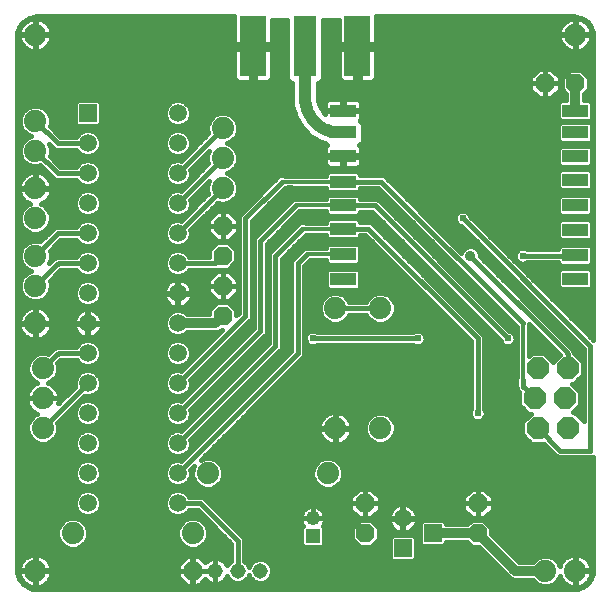
<source format=gtl>
G75*
%MOIN*%
%OFA0B0*%
%FSLAX24Y24*%
%IPPOS*%
%LPD*%
%AMOC8*
5,1,8,0,0,1.08239X$1,22.5*
%
%ADD10R,0.0860X0.0420*%
%ADD11C,0.0515*%
%ADD12OC8,0.0740*%
%ADD13C,0.0740*%
%ADD14R,0.0590X0.0590*%
%ADD15C,0.0590*%
%ADD16R,0.0480X0.0480*%
%ADD17C,0.0480*%
%ADD18OC8,0.0630*%
%ADD19R,0.0750X0.2000*%
%ADD20R,0.0900X0.2000*%
%ADD21C,0.0160*%
%ADD22C,0.0356*%
%ADD23C,0.0320*%
%ADD24C,0.0120*%
%ADD25C,0.0238*%
%ADD26C,0.0400*%
D10*
X011693Y011643D03*
X011693Y012481D03*
X011693Y013331D03*
X011693Y014118D03*
X011693Y014905D03*
X011693Y015755D03*
X011693Y016543D03*
X011693Y017268D03*
X019430Y017268D03*
X019430Y016543D03*
X019430Y015755D03*
X019430Y014968D03*
X019430Y014118D03*
X019430Y013293D03*
X019430Y012456D03*
X019430Y011668D03*
D11*
X008930Y001930D03*
X008180Y001930D03*
X007430Y001930D03*
D12*
X018080Y007680D03*
X018180Y006680D03*
X019180Y006680D03*
X019080Y007680D03*
X019180Y008680D03*
X018180Y008680D03*
D13*
X012930Y006680D03*
X011430Y006680D03*
X011180Y005180D03*
X007180Y005180D03*
X006680Y003180D03*
X002680Y003180D03*
X001430Y001930D03*
X001680Y006680D03*
X001680Y007680D03*
X001680Y008680D03*
X001430Y010180D03*
X001430Y011430D03*
X001430Y012430D03*
X001430Y013680D03*
X001430Y014680D03*
X001430Y015930D03*
X001430Y016930D03*
X001430Y019805D03*
X007680Y016680D03*
X007680Y015680D03*
X007680Y014680D03*
X011430Y010680D03*
X012930Y010680D03*
X018430Y001930D03*
X019430Y001930D03*
X010430Y019430D03*
X019430Y019805D03*
D14*
X014680Y003180D03*
X013680Y002680D03*
X003180Y017180D03*
D15*
X003180Y016180D03*
X003180Y015180D03*
X003180Y014180D03*
X003180Y013180D03*
X003180Y012180D03*
X003180Y011180D03*
X003180Y010180D03*
X003180Y009180D03*
X003180Y008180D03*
X003180Y007180D03*
X003180Y006180D03*
X003180Y005180D03*
X003180Y004180D03*
X006180Y004180D03*
X006180Y005180D03*
X006180Y006180D03*
X006180Y007180D03*
X006180Y008180D03*
X006180Y009180D03*
X006180Y010180D03*
X006180Y011180D03*
X006180Y012180D03*
X006180Y013180D03*
X006180Y014180D03*
X006180Y015180D03*
X006180Y016180D03*
X006180Y017180D03*
X013680Y003680D03*
D16*
X010680Y003090D03*
D17*
X010680Y003680D03*
D18*
X012430Y003180D03*
X012430Y004180D03*
X016180Y004180D03*
X016180Y003180D03*
X007680Y010430D03*
X007680Y011430D03*
X007680Y012430D03*
X007680Y013430D03*
X006680Y001930D03*
X018430Y018180D03*
X019430Y018180D03*
D19*
X010430Y019420D03*
D20*
X008690Y019420D03*
X012170Y019420D03*
D21*
X001010Y001510D02*
X001173Y001391D01*
X001366Y001328D01*
X001467Y001320D01*
X019385Y001320D01*
X019486Y001328D01*
X019679Y001391D01*
X019843Y001510D01*
X019962Y001673D01*
X020024Y001866D01*
X020032Y001967D01*
X020032Y005721D01*
X020021Y005710D01*
X018839Y005710D01*
X018710Y005839D01*
X018379Y006170D01*
X017969Y006170D01*
X017670Y006469D01*
X017670Y006891D01*
X017949Y007170D01*
X017869Y007170D01*
X017570Y007469D01*
X017570Y007879D01*
X017497Y007952D01*
X017497Y007975D01*
X017476Y008025D01*
X017460Y008041D01*
X017460Y008371D01*
X017480Y008391D01*
X017480Y010069D01*
X012863Y014685D01*
X012263Y014685D01*
X012263Y014637D01*
X012181Y014555D01*
X011205Y014555D01*
X011123Y014637D01*
X011123Y014705D01*
X009767Y014705D01*
X008650Y013589D01*
X008650Y010339D01*
X008521Y010210D01*
X006604Y008293D01*
X006615Y008267D01*
X006615Y008093D01*
X006549Y007934D01*
X006426Y007811D01*
X006267Y007745D01*
X006093Y007745D01*
X005934Y007811D01*
X005811Y007934D01*
X005745Y008093D01*
X005745Y008267D01*
X005811Y008426D01*
X005934Y008549D01*
X006093Y008615D01*
X006267Y008615D01*
X006293Y008604D01*
X007664Y009975D01*
X007649Y009975D01*
X007600Y009926D01*
X007490Y009880D01*
X006495Y009880D01*
X006426Y009811D01*
X006267Y009745D01*
X006093Y009745D01*
X005934Y009811D01*
X005811Y009934D01*
X005745Y010093D01*
X005745Y010267D01*
X005811Y010426D01*
X005934Y010549D01*
X006093Y010615D01*
X006267Y010615D01*
X006426Y010549D01*
X006495Y010480D01*
X007225Y010480D01*
X007225Y010618D01*
X007492Y010885D01*
X007868Y010885D01*
X008135Y010618D01*
X008135Y010446D01*
X008210Y010521D01*
X008210Y013771D01*
X009564Y015125D01*
X009747Y015125D01*
X009767Y015105D01*
X011123Y015105D01*
X011123Y015173D01*
X011205Y015255D01*
X012181Y015255D01*
X012263Y015173D01*
X012263Y015125D01*
X013046Y015125D01*
X015631Y012540D01*
X015660Y012610D01*
X015750Y012700D01*
X015867Y012748D01*
X015993Y012748D01*
X016110Y012700D01*
X016200Y012610D01*
X016248Y012493D01*
X016248Y012423D01*
X019363Y009308D01*
X019363Y009285D01*
X019384Y009235D01*
X019400Y009219D01*
X019400Y009181D01*
X019690Y008891D01*
X019690Y008469D01*
X019391Y008170D01*
X019311Y008170D01*
X019590Y007891D01*
X019590Y007469D01*
X019351Y007230D01*
X019408Y007230D01*
X019710Y006928D01*
X019710Y009339D01*
X015628Y013421D01*
X015533Y013460D01*
X015460Y013533D01*
X015421Y013628D01*
X015421Y013732D01*
X015460Y013827D01*
X015533Y013900D01*
X015628Y013939D01*
X015732Y013939D01*
X015827Y013900D01*
X015900Y013827D01*
X015939Y013732D01*
X020021Y009650D01*
X020032Y009639D01*
X020032Y019763D01*
X020024Y019864D01*
X019962Y020057D01*
X019843Y020220D01*
X019679Y020340D01*
X019486Y020402D01*
X019385Y020410D01*
X012800Y020410D01*
X012800Y019500D01*
X012250Y019500D01*
X012250Y019340D01*
X012800Y019340D01*
X012800Y018396D01*
X012788Y018351D01*
X012764Y018309D01*
X012731Y018276D01*
X012689Y018252D01*
X012644Y018240D01*
X012250Y018240D01*
X012250Y019340D01*
X012090Y019340D01*
X012090Y018240D01*
X011696Y018240D01*
X011651Y018252D01*
X011609Y018276D01*
X011576Y018309D01*
X011552Y018351D01*
X011540Y018396D01*
X011540Y019340D01*
X012090Y019340D01*
X012090Y019500D01*
X011540Y019500D01*
X011540Y020290D01*
X011035Y020290D01*
X011035Y018325D01*
X010900Y018190D01*
X010860Y018190D01*
X010860Y017680D01*
X010866Y017588D01*
X010914Y017409D01*
X011006Y017249D01*
X011083Y017172D01*
X011083Y017243D01*
X011668Y017243D01*
X011668Y017293D01*
X011668Y017658D01*
X011240Y017658D01*
X011194Y017645D01*
X011153Y017622D01*
X011119Y017588D01*
X011096Y017547D01*
X011083Y017501D01*
X011083Y017293D01*
X011668Y017293D01*
X011718Y017293D01*
X011718Y017658D01*
X012147Y017658D01*
X012193Y017645D01*
X012234Y017622D01*
X012267Y017588D01*
X012291Y017547D01*
X012303Y017501D01*
X012303Y017293D01*
X011718Y017293D01*
X011718Y017243D01*
X012303Y017243D01*
X012303Y017034D01*
X012291Y016988D01*
X012267Y016947D01*
X012261Y016941D01*
X012353Y016848D01*
X012353Y016237D01*
X012228Y016112D01*
X012234Y016109D01*
X012267Y016076D01*
X012291Y016035D01*
X012303Y015989D01*
X012303Y015780D01*
X011718Y015780D01*
X011718Y015730D01*
X011718Y015365D01*
X012147Y015365D01*
X012193Y015378D01*
X012234Y015401D01*
X012267Y015435D01*
X012291Y015476D01*
X012303Y015522D01*
X012303Y015730D01*
X011718Y015730D01*
X011668Y015730D01*
X011668Y015365D01*
X011240Y015365D01*
X011194Y015378D01*
X011153Y015401D01*
X011119Y015435D01*
X011096Y015476D01*
X011083Y015522D01*
X011083Y015730D01*
X011668Y015730D01*
X011668Y015780D01*
X011083Y015780D01*
X011083Y015989D01*
X011096Y016035D01*
X011119Y016076D01*
X011153Y016109D01*
X011158Y016112D01*
X011084Y016187D01*
X010962Y016220D01*
X010962Y016220D01*
X010605Y016426D01*
X010605Y016426D01*
X010313Y016718D01*
X010313Y016718D01*
X010107Y017075D01*
X010107Y017075D01*
X010000Y017474D01*
X010000Y018190D01*
X009960Y018190D01*
X009825Y018325D01*
X009825Y020290D01*
X009320Y020290D01*
X009320Y019500D01*
X008770Y019500D01*
X008770Y019340D01*
X009320Y019340D01*
X009320Y018396D01*
X009308Y018351D01*
X009284Y018309D01*
X009251Y018276D01*
X009209Y018252D01*
X009164Y018240D01*
X008770Y018240D01*
X008770Y019340D01*
X008610Y019340D01*
X008610Y018240D01*
X008216Y018240D01*
X008171Y018252D01*
X008129Y018276D01*
X008096Y018309D01*
X008072Y018351D01*
X008060Y018396D01*
X008060Y019340D01*
X008610Y019340D01*
X008610Y019500D01*
X008060Y019500D01*
X008060Y020410D01*
X001467Y020410D01*
X001366Y020402D01*
X001173Y020340D01*
X001010Y020220D01*
X000891Y020057D01*
X000828Y019864D01*
X000820Y019763D01*
X000820Y001967D01*
X000828Y001866D01*
X000891Y001673D01*
X001010Y001510D01*
X001027Y001497D02*
X001090Y001497D01*
X001072Y001510D02*
X001142Y001460D01*
X001219Y001420D01*
X001301Y001394D01*
X001387Y001380D01*
X001410Y001380D01*
X001410Y001910D01*
X000880Y001910D01*
X000880Y001887D01*
X000894Y001801D01*
X000920Y001719D01*
X000960Y001642D01*
X001010Y001572D01*
X001072Y001510D01*
X000953Y001656D02*
X000904Y001656D01*
X000892Y001814D02*
X000845Y001814D01*
X000880Y001950D02*
X001410Y001950D01*
X001410Y002480D01*
X001387Y002480D01*
X001301Y002466D01*
X001219Y002440D01*
X001142Y002400D01*
X001072Y002350D01*
X001010Y002288D01*
X000960Y002218D01*
X000920Y002141D01*
X000894Y002059D01*
X000880Y001973D01*
X000880Y001950D01*
X000880Y001973D02*
X000820Y001973D01*
X000820Y002131D02*
X000917Y002131D01*
X001012Y002290D02*
X000820Y002290D01*
X000820Y002448D02*
X001244Y002448D01*
X001410Y002448D02*
X001450Y002448D01*
X001450Y002480D02*
X001450Y001950D01*
X001410Y001950D01*
X001410Y001910D01*
X001450Y001910D01*
X001450Y001950D01*
X001980Y001950D01*
X001980Y001973D01*
X001966Y002059D01*
X001940Y002141D01*
X001900Y002218D01*
X001850Y002288D01*
X001788Y002350D01*
X001718Y002400D01*
X001641Y002440D01*
X001559Y002466D01*
X001473Y002480D01*
X001450Y002480D01*
X001616Y002448D02*
X007960Y002448D01*
X007960Y002290D02*
X007679Y002290D01*
X007659Y002304D02*
X007598Y002335D01*
X007532Y002357D01*
X007464Y002367D01*
X007430Y002367D01*
X007430Y001930D01*
X007430Y001930D01*
X007430Y002367D01*
X007396Y002367D01*
X007328Y002357D01*
X007262Y002335D01*
X007201Y002304D01*
X007145Y002264D01*
X007096Y002215D01*
X007096Y002214D01*
X006885Y002425D01*
X006690Y002425D01*
X006690Y001940D01*
X006670Y001940D01*
X006670Y002425D01*
X006475Y002425D01*
X006185Y002135D01*
X006185Y001940D01*
X006670Y001940D01*
X006670Y001920D01*
X006690Y001920D01*
X006690Y001940D01*
X006993Y001940D01*
X006993Y001930D01*
X006993Y001920D01*
X006690Y001920D01*
X006690Y001435D01*
X006885Y001435D01*
X007096Y001646D01*
X007096Y001645D01*
X007145Y001596D01*
X007201Y001556D01*
X007262Y001525D01*
X007328Y001503D01*
X007396Y001493D01*
X007430Y001493D01*
X007430Y001930D01*
X007430Y001493D01*
X007464Y001493D01*
X007532Y001503D01*
X007598Y001525D01*
X007659Y001556D01*
X007715Y001596D01*
X007764Y001645D01*
X007804Y001701D01*
X007827Y001745D01*
X007843Y001705D01*
X007955Y001593D01*
X008101Y001533D01*
X008259Y001533D01*
X008405Y001593D01*
X008517Y001705D01*
X008555Y001797D01*
X008593Y001705D01*
X008705Y001593D01*
X008851Y001533D01*
X009009Y001533D01*
X009155Y001593D01*
X009267Y001705D01*
X009327Y001851D01*
X009327Y002009D01*
X009267Y002155D01*
X009155Y002267D01*
X009009Y002327D01*
X008851Y002327D01*
X008705Y002267D01*
X008593Y002155D01*
X008555Y002063D01*
X008517Y002155D01*
X008405Y002267D01*
X008400Y002269D01*
X008400Y003021D01*
X007150Y004271D01*
X007021Y004400D01*
X006560Y004400D01*
X006549Y004426D01*
X006426Y004549D01*
X006267Y004615D01*
X006093Y004615D01*
X005934Y004549D01*
X005811Y004426D01*
X005745Y004267D01*
X005745Y004093D01*
X005811Y003934D01*
X005934Y003811D01*
X006093Y003745D01*
X006267Y003745D01*
X006426Y003811D01*
X006549Y003934D01*
X006560Y003960D01*
X006839Y003960D01*
X007960Y002839D01*
X007960Y002269D01*
X007955Y002267D01*
X007843Y002155D01*
X007827Y002115D01*
X007804Y002159D01*
X007764Y002215D01*
X007715Y002264D01*
X007659Y002304D01*
X007430Y002290D02*
X007430Y002290D01*
X007430Y002131D02*
X007430Y002131D01*
X007430Y001973D02*
X007430Y001973D01*
X007430Y001930D02*
X007430Y001930D01*
X007430Y001930D01*
X006993Y001930D01*
X007430Y001930D01*
X007430Y001814D02*
X007430Y001814D01*
X007430Y001656D02*
X007430Y001656D01*
X007430Y001497D02*
X007430Y001497D01*
X007493Y001497D02*
X018143Y001497D01*
X018141Y001498D02*
X018329Y001420D01*
X018531Y001420D01*
X018719Y001498D01*
X018862Y001641D01*
X018909Y001754D01*
X018920Y001719D01*
X018960Y001642D01*
X019010Y001572D01*
X019072Y001510D01*
X019142Y001460D01*
X019219Y001420D01*
X019301Y001394D01*
X019387Y001380D01*
X019410Y001380D01*
X019410Y001910D01*
X019450Y001910D01*
X019450Y001950D01*
X019410Y001950D01*
X019410Y002480D01*
X019387Y002480D01*
X019301Y002466D01*
X019219Y002440D01*
X019142Y002400D01*
X019072Y002350D01*
X019010Y002288D01*
X018960Y002218D01*
X018920Y002141D01*
X018909Y002106D01*
X018862Y002219D01*
X018719Y002362D01*
X018531Y002440D01*
X018329Y002440D01*
X018141Y002362D01*
X018009Y002230D01*
X017554Y002230D01*
X016635Y003149D01*
X016635Y003368D01*
X016368Y003635D01*
X015992Y003635D01*
X015837Y003480D01*
X015115Y003480D01*
X015115Y003533D01*
X015033Y003615D01*
X014327Y003615D01*
X014245Y003533D01*
X014245Y002827D01*
X014327Y002745D01*
X015033Y002745D01*
X015115Y002827D01*
X015115Y002880D01*
X015837Y002880D01*
X015992Y002725D01*
X016211Y002725D01*
X017260Y001676D01*
X017370Y001630D01*
X018009Y001630D01*
X018141Y001498D01*
X018717Y001497D02*
X019090Y001497D01*
X018953Y001656D02*
X018868Y001656D01*
X018899Y002131D02*
X018917Y002131D01*
X019012Y002290D02*
X018792Y002290D01*
X019244Y002448D02*
X017336Y002448D01*
X017178Y002607D02*
X020032Y002607D01*
X020032Y002765D02*
X017019Y002765D01*
X016861Y002924D02*
X020032Y002924D01*
X020032Y003082D02*
X016702Y003082D01*
X016635Y003241D02*
X020032Y003241D01*
X020032Y003399D02*
X016604Y003399D01*
X016446Y003558D02*
X020032Y003558D01*
X020032Y003716D02*
X016416Y003716D01*
X016385Y003685D02*
X016675Y003975D01*
X016675Y004180D01*
X016675Y004385D01*
X016385Y004675D01*
X016180Y004675D01*
X016180Y004180D01*
X016180Y004180D01*
X016675Y004180D01*
X016180Y004180D01*
X016180Y004180D01*
X016180Y004180D01*
X015685Y004180D01*
X015685Y004385D01*
X015975Y004675D01*
X016180Y004675D01*
X016180Y004180D01*
X016180Y003685D01*
X016385Y003685D01*
X016180Y003685D02*
X016180Y004180D01*
X016180Y004180D01*
X015685Y004180D01*
X015685Y003975D01*
X015975Y003685D01*
X016180Y003685D01*
X016180Y003716D02*
X016180Y003716D01*
X016180Y003875D02*
X016180Y003875D01*
X016180Y004033D02*
X016180Y004033D01*
X016180Y004192D02*
X016180Y004192D01*
X016180Y004350D02*
X016180Y004350D01*
X016180Y004509D02*
X016180Y004509D01*
X016180Y004667D02*
X016180Y004667D01*
X016393Y004667D02*
X020032Y004667D01*
X020032Y004509D02*
X016552Y004509D01*
X016675Y004350D02*
X020032Y004350D01*
X020032Y004192D02*
X016675Y004192D01*
X016675Y004033D02*
X020032Y004033D01*
X020032Y003875D02*
X016575Y003875D01*
X015944Y003716D02*
X014155Y003716D01*
X014155Y003717D02*
X014143Y003791D01*
X014120Y003862D01*
X014086Y003929D01*
X014042Y003989D01*
X013989Y004042D01*
X013929Y004086D01*
X013862Y004120D01*
X013791Y004143D01*
X013717Y004155D01*
X013698Y004155D01*
X013698Y003698D01*
X013662Y003698D01*
X013662Y004155D01*
X013643Y004155D01*
X013569Y004143D01*
X013498Y004120D01*
X013431Y004086D01*
X013371Y004042D01*
X013318Y003989D01*
X013274Y003929D01*
X013240Y003862D01*
X013217Y003791D01*
X013205Y003717D01*
X013205Y003698D01*
X013662Y003698D01*
X013662Y003662D01*
X013205Y003662D01*
X013205Y003643D01*
X013217Y003569D01*
X013240Y003498D01*
X013274Y003431D01*
X013318Y003371D01*
X013371Y003318D01*
X013431Y003274D01*
X013498Y003240D01*
X013569Y003217D01*
X013643Y003205D01*
X013662Y003205D01*
X013662Y003662D01*
X013698Y003662D01*
X013698Y003698D01*
X014155Y003698D01*
X014155Y003717D01*
X014155Y003662D02*
X013698Y003662D01*
X013698Y003205D01*
X013717Y003205D01*
X013791Y003217D01*
X013862Y003240D01*
X013929Y003274D01*
X013989Y003318D01*
X014042Y003371D01*
X014086Y003431D01*
X014120Y003498D01*
X014143Y003569D01*
X014155Y003643D01*
X014155Y003662D01*
X014140Y003558D02*
X014270Y003558D01*
X014245Y003399D02*
X014063Y003399D01*
X014245Y003241D02*
X013864Y003241D01*
X013698Y003241D02*
X013662Y003241D01*
X013662Y003399D02*
X013698Y003399D01*
X013698Y003558D02*
X013662Y003558D01*
X013662Y003716D02*
X013698Y003716D01*
X013698Y003875D02*
X013662Y003875D01*
X013662Y004033D02*
X013698Y004033D01*
X013999Y004033D02*
X015685Y004033D01*
X015685Y004192D02*
X012925Y004192D01*
X012925Y004180D02*
X012925Y004385D01*
X012635Y004675D01*
X012430Y004675D01*
X012430Y004180D01*
X012430Y004180D01*
X012925Y004180D01*
X012430Y004180D01*
X012430Y004180D01*
X012430Y004180D01*
X011935Y004180D01*
X011935Y004385D01*
X012225Y004675D01*
X012430Y004675D01*
X012430Y004180D01*
X012430Y003685D01*
X012635Y003685D01*
X012925Y003975D01*
X012925Y004180D01*
X012925Y004033D02*
X013361Y004033D01*
X013246Y003875D02*
X012825Y003875D01*
X012666Y003716D02*
X013205Y003716D01*
X013220Y003558D02*
X012696Y003558D01*
X012618Y003635D02*
X012242Y003635D01*
X011975Y003368D01*
X011975Y002992D01*
X012242Y002725D01*
X012618Y002725D01*
X012885Y002992D01*
X012885Y003368D01*
X012618Y003635D01*
X012430Y003685D02*
X012430Y004180D01*
X012430Y004180D01*
X011935Y004180D01*
X011935Y003975D01*
X012225Y003685D01*
X012430Y003685D01*
X012430Y003716D02*
X012430Y003716D01*
X012430Y003875D02*
X012430Y003875D01*
X012430Y004033D02*
X012430Y004033D01*
X012430Y004192D02*
X012430Y004192D01*
X012430Y004350D02*
X012430Y004350D01*
X012430Y004509D02*
X012430Y004509D01*
X012430Y004667D02*
X012430Y004667D01*
X012643Y004667D02*
X015967Y004667D01*
X015808Y004509D02*
X012802Y004509D01*
X012925Y004350D02*
X015685Y004350D01*
X015785Y003875D02*
X014114Y003875D01*
X014033Y003115D02*
X013327Y003115D01*
X013245Y003033D01*
X013245Y002327D01*
X013327Y002245D01*
X014033Y002245D01*
X014115Y002327D01*
X014115Y003033D01*
X014033Y003115D01*
X014066Y003082D02*
X014245Y003082D01*
X014245Y002924D02*
X014115Y002924D01*
X014115Y002765D02*
X014307Y002765D01*
X014115Y002607D02*
X016329Y002607D01*
X016488Y002448D02*
X014115Y002448D01*
X014077Y002290D02*
X016646Y002290D01*
X016805Y002131D02*
X009277Y002131D01*
X009327Y001973D02*
X016963Y001973D01*
X017122Y001814D02*
X009312Y001814D01*
X009218Y001656D02*
X017309Y001656D01*
X017495Y002290D02*
X018068Y002290D01*
X019410Y002290D02*
X019450Y002290D01*
X019450Y002448D02*
X019410Y002448D01*
X019450Y002480D02*
X019450Y001950D01*
X019980Y001950D01*
X019980Y001973D01*
X019966Y002059D01*
X019940Y002141D01*
X019900Y002218D01*
X019850Y002288D01*
X019788Y002350D01*
X019718Y002400D01*
X019641Y002440D01*
X019559Y002466D01*
X019473Y002480D01*
X019450Y002480D01*
X019616Y002448D02*
X020032Y002448D01*
X020032Y002290D02*
X019848Y002290D01*
X019943Y002131D02*
X020032Y002131D01*
X020032Y001973D02*
X019980Y001973D01*
X019980Y001910D02*
X019450Y001910D01*
X019450Y001380D01*
X019473Y001380D01*
X019559Y001394D01*
X019641Y001420D01*
X019718Y001460D01*
X019788Y001510D01*
X019850Y001572D01*
X019900Y001642D01*
X019940Y001719D01*
X019966Y001801D01*
X019980Y001887D01*
X019980Y001910D01*
X019968Y001814D02*
X020007Y001814D01*
X019948Y001656D02*
X019907Y001656D01*
X019825Y001497D02*
X019770Y001497D01*
X019518Y001339D02*
X001334Y001339D01*
X001450Y001380D02*
X001473Y001380D01*
X001559Y001394D01*
X001641Y001420D01*
X001718Y001460D01*
X001788Y001510D01*
X001850Y001572D01*
X001900Y001642D01*
X001940Y001719D01*
X001966Y001801D01*
X001980Y001887D01*
X001980Y001910D01*
X001450Y001910D01*
X001450Y001380D01*
X001450Y001497D02*
X001410Y001497D01*
X001410Y001656D02*
X001450Y001656D01*
X001450Y001814D02*
X001410Y001814D01*
X001410Y001973D02*
X001450Y001973D01*
X001450Y002131D02*
X001410Y002131D01*
X001410Y002290D02*
X001450Y002290D01*
X001848Y002290D02*
X006339Y002290D01*
X006185Y002131D02*
X001943Y002131D01*
X001980Y001973D02*
X006185Y001973D01*
X006185Y001920D02*
X006185Y001725D01*
X006475Y001435D01*
X006670Y001435D01*
X006670Y001920D01*
X006185Y001920D01*
X006185Y001814D02*
X001968Y001814D01*
X001907Y001656D02*
X006254Y001656D01*
X006413Y001497D02*
X001770Y001497D01*
X002391Y002748D02*
X002579Y002670D01*
X002781Y002670D01*
X002969Y002748D01*
X003112Y002891D01*
X003190Y003079D01*
X003190Y003281D01*
X003112Y003469D01*
X002969Y003612D01*
X002781Y003690D01*
X002579Y003690D01*
X002391Y003612D01*
X002248Y003469D01*
X002170Y003281D01*
X002170Y003079D01*
X002248Y002891D01*
X002391Y002748D01*
X002374Y002765D02*
X000820Y002765D01*
X000820Y002607D02*
X007960Y002607D01*
X007960Y002765D02*
X006986Y002765D01*
X006969Y002748D02*
X007112Y002891D01*
X007190Y003079D01*
X007190Y003281D01*
X007112Y003469D01*
X006969Y003612D01*
X006781Y003690D01*
X006579Y003690D01*
X006391Y003612D01*
X006248Y003469D01*
X006170Y003281D01*
X006170Y003079D01*
X006248Y002891D01*
X006391Y002748D01*
X006579Y002670D01*
X006781Y002670D01*
X006969Y002748D01*
X007126Y002924D02*
X007875Y002924D01*
X007717Y003082D02*
X007190Y003082D01*
X007190Y003241D02*
X007558Y003241D01*
X007400Y003399D02*
X007141Y003399D01*
X007241Y003558D02*
X007024Y003558D01*
X007083Y003716D02*
X000820Y003716D01*
X000820Y003558D02*
X002336Y003558D01*
X002219Y003399D02*
X000820Y003399D01*
X000820Y003241D02*
X002170Y003241D01*
X002170Y003082D02*
X000820Y003082D01*
X000820Y002924D02*
X002234Y002924D01*
X002986Y002765D02*
X006374Y002765D01*
X006234Y002924D02*
X003126Y002924D01*
X003190Y003082D02*
X006170Y003082D01*
X006170Y003241D02*
X003190Y003241D01*
X003141Y003399D02*
X006219Y003399D01*
X006336Y003558D02*
X003024Y003558D01*
X003093Y003745D02*
X002934Y003811D01*
X002811Y003934D01*
X002745Y004093D01*
X002745Y004267D01*
X002811Y004426D01*
X002934Y004549D01*
X003093Y004615D01*
X003267Y004615D01*
X003426Y004549D01*
X003549Y004426D01*
X003615Y004267D01*
X003615Y004093D01*
X003549Y003934D01*
X003426Y003811D01*
X003267Y003745D01*
X003093Y003745D01*
X002870Y003875D02*
X000820Y003875D01*
X000820Y004033D02*
X002770Y004033D01*
X002745Y004192D02*
X000820Y004192D01*
X000820Y004350D02*
X002780Y004350D01*
X002893Y004509D02*
X000820Y004509D01*
X000820Y004667D02*
X012217Y004667D01*
X012058Y004509D02*
X006467Y004509D01*
X006426Y004811D02*
X006267Y004745D01*
X006093Y004745D01*
X005934Y004811D01*
X005811Y004934D01*
X005745Y005093D01*
X005745Y005267D01*
X005811Y005426D01*
X005934Y005549D01*
X006093Y005615D01*
X006267Y005615D01*
X006293Y005604D01*
X009960Y009271D01*
X009960Y012271D01*
X010390Y012701D01*
X010572Y012701D01*
X010592Y012681D01*
X011123Y012681D01*
X011123Y012749D01*
X011205Y012831D01*
X012181Y012831D01*
X012263Y012749D01*
X012263Y012213D01*
X012181Y012131D01*
X011205Y012131D01*
X011123Y012213D01*
X011123Y012281D01*
X010592Y012281D01*
X010400Y012089D01*
X010400Y009089D01*
X010271Y008960D01*
X006946Y005635D01*
X007079Y005690D01*
X007281Y005690D01*
X007469Y005612D01*
X007612Y005469D01*
X007690Y005281D01*
X007690Y005079D01*
X007612Y004891D01*
X007469Y004748D01*
X007281Y004670D01*
X007079Y004670D01*
X006891Y004748D01*
X006748Y004891D01*
X006670Y005079D01*
X006670Y005281D01*
X006725Y005414D01*
X006604Y005293D01*
X006615Y005267D01*
X006615Y005093D01*
X006549Y004934D01*
X006426Y004811D01*
X006441Y004826D02*
X006813Y004826D01*
X006709Y004984D02*
X006570Y004984D01*
X006615Y005143D02*
X006670Y005143D01*
X006678Y005301D02*
X006612Y005301D01*
X006307Y005618D02*
X000820Y005618D01*
X000820Y005460D02*
X002844Y005460D01*
X002811Y005426D02*
X002745Y005267D01*
X002745Y005093D01*
X002811Y004934D01*
X002934Y004811D01*
X003093Y004745D01*
X003267Y004745D01*
X003426Y004811D01*
X003549Y004934D01*
X003615Y005093D01*
X003615Y005267D01*
X003549Y005426D01*
X003426Y005549D01*
X003267Y005615D01*
X003093Y005615D01*
X002934Y005549D01*
X002811Y005426D01*
X002759Y005301D02*
X000820Y005301D01*
X000820Y005143D02*
X002745Y005143D01*
X002790Y004984D02*
X000820Y004984D01*
X000820Y004826D02*
X002919Y004826D01*
X003441Y004826D02*
X005919Y004826D01*
X005790Y004984D02*
X003570Y004984D01*
X003615Y005143D02*
X005745Y005143D01*
X005759Y005301D02*
X003601Y005301D01*
X003516Y005460D02*
X005844Y005460D01*
X006017Y005777D02*
X003343Y005777D01*
X003267Y005745D02*
X003426Y005811D01*
X003549Y005934D01*
X003615Y006093D01*
X003615Y006267D01*
X003549Y006426D01*
X003426Y006549D01*
X003267Y006615D01*
X003093Y006615D01*
X002934Y006549D01*
X002811Y006426D01*
X002745Y006267D01*
X002745Y006093D01*
X002811Y005934D01*
X002934Y005811D01*
X003093Y005745D01*
X003267Y005745D01*
X003017Y005777D02*
X000820Y005777D01*
X000820Y005935D02*
X002811Y005935D01*
X002745Y006094D02*
X000820Y006094D01*
X000820Y006252D02*
X001387Y006252D01*
X001391Y006248D02*
X001579Y006170D01*
X001781Y006170D01*
X001969Y006248D01*
X002112Y006391D01*
X002190Y006579D01*
X002190Y006781D01*
X002161Y006850D01*
X003067Y007756D01*
X003093Y007745D01*
X003267Y007745D01*
X003426Y007811D01*
X003549Y007934D01*
X003615Y008093D01*
X003615Y008267D01*
X003549Y008426D01*
X003426Y008549D01*
X003267Y008615D01*
X003093Y008615D01*
X002934Y008549D01*
X002811Y008426D01*
X002745Y008267D01*
X002745Y008093D01*
X002756Y008067D01*
X002205Y007516D01*
X002216Y007551D01*
X002230Y007637D01*
X002230Y007680D01*
X002230Y007723D01*
X002216Y007809D01*
X002190Y007891D01*
X002150Y007968D01*
X002100Y008038D01*
X002038Y008100D01*
X001968Y008150D01*
X001891Y008190D01*
X001856Y008201D01*
X001969Y008248D01*
X002112Y008391D01*
X002190Y008579D01*
X002190Y008781D01*
X002161Y008850D01*
X002271Y008960D01*
X002800Y008960D01*
X002811Y008934D01*
X002934Y008811D01*
X003093Y008745D01*
X003267Y008745D01*
X003426Y008811D01*
X003549Y008934D01*
X003615Y009093D01*
X003615Y009267D01*
X003549Y009426D01*
X003426Y009549D01*
X003267Y009615D01*
X003093Y009615D01*
X002934Y009549D01*
X002811Y009426D01*
X002800Y009400D01*
X002141Y009400D01*
X002125Y009384D01*
X002075Y009363D01*
X002052Y009363D01*
X001850Y009161D01*
X001781Y009190D01*
X001579Y009190D01*
X001391Y009112D01*
X001248Y008969D01*
X001170Y008781D01*
X001170Y008579D01*
X001248Y008391D01*
X001391Y008248D01*
X001504Y008201D01*
X001469Y008190D01*
X001392Y008150D01*
X001322Y008100D01*
X001260Y008038D01*
X001210Y007968D01*
X001170Y007891D01*
X001144Y007809D01*
X001130Y007723D01*
X001130Y007680D01*
X001680Y007680D01*
X002230Y007680D01*
X001680Y007680D01*
X001680Y007680D01*
X001680Y007680D01*
X001130Y007680D01*
X001130Y007637D01*
X001144Y007551D01*
X001170Y007469D01*
X001210Y007392D01*
X001260Y007322D01*
X001322Y007260D01*
X001392Y007210D01*
X001469Y007170D01*
X001504Y007159D01*
X001391Y007112D01*
X001248Y006969D01*
X001170Y006781D01*
X001170Y006579D01*
X001248Y006391D01*
X001391Y006248D01*
X001240Y006411D02*
X000820Y006411D01*
X000820Y006569D02*
X001174Y006569D01*
X001170Y006728D02*
X000820Y006728D01*
X000820Y006886D02*
X001213Y006886D01*
X001323Y007045D02*
X000820Y007045D01*
X000820Y007203D02*
X001405Y007203D01*
X001232Y007362D02*
X000820Y007362D01*
X000820Y007520D02*
X001154Y007520D01*
X001130Y007679D02*
X000820Y007679D01*
X000820Y007837D02*
X001153Y007837D01*
X001229Y007996D02*
X000820Y007996D01*
X000820Y008154D02*
X001399Y008154D01*
X001326Y008313D02*
X000820Y008313D01*
X000820Y008471D02*
X001215Y008471D01*
X001170Y008630D02*
X000820Y008630D01*
X000820Y008788D02*
X001173Y008788D01*
X001238Y008947D02*
X000820Y008947D01*
X000820Y009105D02*
X001384Y009105D01*
X001680Y008680D02*
X002143Y009143D01*
X002232Y009180D02*
X003180Y009180D01*
X003370Y008788D02*
X005990Y008788D01*
X005934Y008811D02*
X006093Y008745D01*
X006267Y008745D01*
X006426Y008811D01*
X006549Y008934D01*
X006615Y009093D01*
X006615Y009267D01*
X006549Y009426D01*
X006426Y009549D01*
X006267Y009615D01*
X006093Y009615D01*
X005934Y009549D01*
X005811Y009426D01*
X005745Y009267D01*
X005745Y009093D01*
X005811Y008934D01*
X005934Y008811D01*
X005806Y008947D02*
X003554Y008947D01*
X003615Y009105D02*
X005745Y009105D01*
X005745Y009264D02*
X003615Y009264D01*
X003551Y009422D02*
X005809Y009422D01*
X006010Y009581D02*
X003350Y009581D01*
X003291Y009717D02*
X003217Y009705D01*
X003198Y009705D01*
X003198Y010162D01*
X003198Y010198D01*
X003655Y010198D01*
X003655Y010217D01*
X003643Y010291D01*
X003620Y010362D01*
X003586Y010429D01*
X003542Y010489D01*
X003489Y010542D01*
X003429Y010586D01*
X003362Y010620D01*
X003291Y010643D01*
X003217Y010655D01*
X003198Y010655D01*
X003198Y010198D01*
X003162Y010198D01*
X003162Y010655D01*
X003143Y010655D01*
X003069Y010643D01*
X002998Y010620D01*
X002931Y010586D01*
X002871Y010542D01*
X002818Y010489D01*
X002774Y010429D01*
X002740Y010362D01*
X002717Y010291D01*
X002705Y010217D01*
X002705Y010198D01*
X003162Y010198D01*
X003162Y010162D01*
X003198Y010162D01*
X003655Y010162D01*
X003655Y010143D01*
X003643Y010069D01*
X003620Y009998D01*
X003586Y009931D01*
X003542Y009871D01*
X003489Y009818D01*
X003429Y009774D01*
X003362Y009740D01*
X003291Y009717D01*
X003360Y009739D02*
X007428Y009739D01*
X007532Y009898D02*
X007586Y009898D01*
X007892Y009581D02*
X008269Y009581D01*
X008428Y009739D02*
X008050Y009739D01*
X008209Y009898D02*
X008586Y009898D01*
X008710Y010021D02*
X006293Y007604D01*
X006267Y007615D01*
X006093Y007615D01*
X005934Y007549D01*
X005811Y007426D01*
X005745Y007267D01*
X005745Y007093D01*
X005811Y006934D01*
X005934Y006811D01*
X006093Y006745D01*
X006267Y006745D01*
X006426Y006811D01*
X006549Y006934D01*
X006615Y007093D01*
X006615Y007267D01*
X006604Y007293D01*
X009021Y009710D01*
X009150Y009839D01*
X009150Y012839D01*
X010229Y013918D01*
X011123Y013918D01*
X011123Y013850D01*
X011205Y013768D01*
X012181Y013768D01*
X012263Y013850D01*
X012263Y013898D01*
X012651Y013898D01*
X016921Y009628D01*
X016960Y009533D01*
X017033Y009460D01*
X017128Y009421D01*
X017232Y009421D01*
X017327Y009460D01*
X017400Y009533D01*
X017439Y009628D01*
X017439Y009732D01*
X017400Y009827D01*
X017327Y009900D01*
X017232Y009939D01*
X012962Y014209D01*
X012833Y014338D01*
X012263Y014338D01*
X012263Y014386D01*
X012181Y014468D01*
X011205Y014468D01*
X011123Y014386D01*
X011123Y014318D01*
X010229Y014318D01*
X010209Y014338D01*
X010027Y014338D01*
X008710Y013021D01*
X008710Y010021D01*
X008710Y010056D02*
X008367Y010056D01*
X008526Y010215D02*
X008710Y010215D01*
X008710Y010373D02*
X008650Y010373D01*
X008650Y010532D02*
X008710Y010532D01*
X008710Y010690D02*
X008650Y010690D01*
X008650Y010849D02*
X008710Y010849D01*
X008710Y011007D02*
X008650Y011007D01*
X008650Y011166D02*
X008710Y011166D01*
X008710Y011324D02*
X008650Y011324D01*
X008650Y011483D02*
X008710Y011483D01*
X008710Y011641D02*
X008650Y011641D01*
X008650Y011800D02*
X008710Y011800D01*
X008710Y011958D02*
X008650Y011958D01*
X008650Y012117D02*
X008710Y012117D01*
X008710Y012275D02*
X008650Y012275D01*
X008650Y012434D02*
X008710Y012434D01*
X008710Y012592D02*
X008650Y012592D01*
X008650Y012751D02*
X008710Y012751D01*
X008710Y012909D02*
X008650Y012909D01*
X008650Y013068D02*
X008756Y013068D01*
X008650Y013226D02*
X008915Y013226D01*
X009073Y013385D02*
X008650Y013385D01*
X008650Y013543D02*
X009232Y013543D01*
X009390Y013702D02*
X008763Y013702D01*
X008921Y013860D02*
X009549Y013860D01*
X009707Y014019D02*
X009080Y014019D01*
X009238Y014177D02*
X009866Y014177D01*
X010024Y014336D02*
X009397Y014336D01*
X009555Y014494D02*
X013055Y014494D01*
X013213Y014336D02*
X012836Y014336D01*
X012994Y014177D02*
X013372Y014177D01*
X013530Y014019D02*
X013153Y014019D01*
X013311Y013860D02*
X013689Y013860D01*
X013847Y013702D02*
X013470Y013702D01*
X013628Y013543D02*
X014006Y013543D01*
X014164Y013385D02*
X013787Y013385D01*
X013945Y013226D02*
X014323Y013226D01*
X014481Y013068D02*
X014104Y013068D01*
X014262Y012909D02*
X014640Y012909D01*
X014798Y012751D02*
X014421Y012751D01*
X014579Y012592D02*
X014957Y012592D01*
X015115Y012434D02*
X014738Y012434D01*
X014896Y012275D02*
X015274Y012275D01*
X015432Y012117D02*
X015055Y012117D01*
X015213Y011958D02*
X015591Y011958D01*
X015749Y011800D02*
X015372Y011800D01*
X015530Y011641D02*
X015908Y011641D01*
X016066Y011483D02*
X015689Y011483D01*
X015847Y011324D02*
X016225Y011324D01*
X016383Y011166D02*
X016006Y011166D01*
X016164Y011007D02*
X016542Y011007D01*
X016700Y010849D02*
X016323Y010849D01*
X016481Y010690D02*
X016859Y010690D01*
X017017Y010532D02*
X016640Y010532D01*
X016798Y010373D02*
X017176Y010373D01*
X017334Y010215D02*
X016957Y010215D01*
X017115Y010056D02*
X017480Y010056D01*
X017480Y009898D02*
X017329Y009898D01*
X017436Y009739D02*
X017480Y009739D01*
X017480Y009581D02*
X017419Y009581D01*
X017480Y009422D02*
X017234Y009422D01*
X017126Y009422D02*
X016400Y009422D01*
X016400Y009264D02*
X017480Y009264D01*
X017480Y009105D02*
X016400Y009105D01*
X016400Y008947D02*
X017480Y008947D01*
X017480Y008788D02*
X016400Y008788D01*
X016400Y008630D02*
X017480Y008630D01*
X017480Y008471D02*
X016400Y008471D01*
X016400Y008313D02*
X017460Y008313D01*
X017460Y008154D02*
X016400Y008154D01*
X016400Y007996D02*
X017488Y007996D01*
X017570Y007837D02*
X016400Y007837D01*
X016400Y007679D02*
X017570Y007679D01*
X017570Y007520D02*
X016400Y007520D01*
X016400Y007362D02*
X017677Y007362D01*
X017836Y007203D02*
X016439Y007203D01*
X016439Y007232D02*
X016400Y007326D01*
X016400Y009771D01*
X012749Y013422D01*
X012621Y013551D01*
X012263Y013551D01*
X012263Y013599D01*
X012181Y013681D01*
X011205Y013681D01*
X011123Y013599D01*
X011123Y013531D01*
X010442Y013531D01*
X010422Y013551D01*
X010239Y013551D01*
X009210Y012521D01*
X009210Y009521D01*
X006293Y006604D01*
X006267Y006615D01*
X006093Y006615D01*
X005934Y006549D01*
X005811Y006426D01*
X005745Y006267D01*
X005745Y006093D01*
X005811Y005934D01*
X005934Y005811D01*
X006093Y005745D01*
X006267Y005745D01*
X006426Y005811D01*
X006549Y005934D01*
X006615Y006093D01*
X006615Y006267D01*
X006604Y006293D01*
X009521Y009210D01*
X009650Y009339D01*
X009650Y012339D01*
X010442Y013131D01*
X011123Y013131D01*
X011123Y013063D01*
X011205Y012981D01*
X012181Y012981D01*
X012263Y013063D01*
X012263Y013111D01*
X012438Y013111D01*
X015960Y009589D01*
X015960Y007326D01*
X015921Y007232D01*
X015921Y007128D01*
X015960Y007033D01*
X016033Y006960D01*
X016128Y006921D01*
X016232Y006921D01*
X016327Y006960D01*
X016400Y007033D01*
X016439Y007128D01*
X016439Y007232D01*
X016404Y007045D02*
X017823Y007045D01*
X017670Y006886D02*
X013397Y006886D01*
X013362Y006969D02*
X013219Y007112D01*
X013031Y007190D01*
X012829Y007190D01*
X012641Y007112D01*
X012498Y006969D01*
X012420Y006781D01*
X012420Y006579D01*
X012498Y006391D01*
X012641Y006248D01*
X012829Y006170D01*
X013031Y006170D01*
X013219Y006248D01*
X013362Y006391D01*
X013440Y006579D01*
X013440Y006781D01*
X013362Y006969D01*
X013287Y007045D02*
X015956Y007045D01*
X015921Y007203D02*
X011600Y007203D01*
X011641Y007190D02*
X011559Y007216D01*
X011473Y007230D01*
X011439Y007230D01*
X011439Y006689D01*
X011421Y006689D01*
X011421Y007230D01*
X011387Y007230D01*
X011301Y007216D01*
X011219Y007190D01*
X011142Y007150D01*
X011072Y007100D01*
X011010Y007038D01*
X010960Y006968D01*
X010920Y006891D01*
X010894Y006809D01*
X010880Y006723D01*
X010880Y006689D01*
X011421Y006689D01*
X011421Y006671D01*
X010880Y006671D01*
X010880Y006637D01*
X010894Y006551D01*
X010920Y006469D01*
X010960Y006392D01*
X011010Y006322D01*
X011072Y006260D01*
X011142Y006210D01*
X011219Y006170D01*
X011301Y006144D01*
X011387Y006130D01*
X011421Y006130D01*
X011421Y006671D01*
X011439Y006671D01*
X011439Y006689D01*
X011980Y006689D01*
X011980Y006723D01*
X011966Y006809D01*
X011940Y006891D01*
X011900Y006968D01*
X011850Y007038D01*
X011788Y007100D01*
X011718Y007150D01*
X011641Y007190D01*
X011439Y007203D02*
X011421Y007203D01*
X011421Y007045D02*
X011439Y007045D01*
X011439Y006886D02*
X011421Y006886D01*
X011421Y006728D02*
X011439Y006728D01*
X011439Y006671D02*
X011980Y006671D01*
X011980Y006637D01*
X011966Y006551D01*
X011940Y006469D01*
X011900Y006392D01*
X011850Y006322D01*
X011788Y006260D01*
X011718Y006210D01*
X011641Y006170D01*
X011559Y006144D01*
X011473Y006130D01*
X011439Y006130D01*
X011439Y006671D01*
X011439Y006569D02*
X011421Y006569D01*
X011421Y006411D02*
X011439Y006411D01*
X011439Y006252D02*
X011421Y006252D01*
X011083Y006252D02*
X007563Y006252D01*
X007405Y006094D02*
X018455Y006094D01*
X018614Y005935D02*
X007246Y005935D01*
X007088Y005777D02*
X018772Y005777D01*
X018930Y005930D02*
X019930Y005930D01*
X019930Y009430D01*
X015680Y013680D01*
X015494Y013860D02*
X014311Y013860D01*
X014153Y014019D02*
X018860Y014019D01*
X018860Y014177D02*
X013994Y014177D01*
X013836Y014336D02*
X018860Y014336D01*
X018860Y014386D02*
X018942Y014468D01*
X019918Y014468D01*
X020000Y014386D01*
X020000Y013850D01*
X019918Y013768D01*
X018942Y013768D01*
X018860Y013850D01*
X018860Y014386D01*
X018942Y014618D02*
X019918Y014618D01*
X020000Y014700D01*
X020000Y015236D01*
X019918Y015318D01*
X018942Y015318D01*
X018860Y015236D01*
X018860Y014700D01*
X018942Y014618D01*
X018907Y014653D02*
X013519Y014653D01*
X013360Y014811D02*
X018860Y014811D01*
X018860Y014970D02*
X013202Y014970D01*
X012955Y014905D02*
X017680Y010180D01*
X017900Y010149D02*
X018914Y009135D01*
X018680Y008901D01*
X018391Y009190D01*
X017969Y009190D01*
X017880Y009101D01*
X017880Y010069D01*
X017900Y010089D01*
X017900Y010149D01*
X017880Y010056D02*
X017993Y010056D01*
X017880Y009898D02*
X018151Y009898D01*
X018310Y009739D02*
X017880Y009739D01*
X017880Y009581D02*
X018468Y009581D01*
X018627Y009422D02*
X017880Y009422D01*
X017880Y009264D02*
X018785Y009264D01*
X018884Y009105D02*
X018476Y009105D01*
X018635Y008947D02*
X018725Y008947D01*
X019180Y009128D02*
X019178Y009148D01*
X019174Y009167D01*
X019166Y009185D01*
X019156Y009201D01*
X019143Y009216D01*
X019143Y009217D02*
X015930Y012430D01*
X015653Y012592D02*
X015579Y012592D01*
X015421Y012751D02*
X016298Y012751D01*
X016207Y012592D02*
X016457Y012592D01*
X016615Y012434D02*
X016248Y012434D01*
X016396Y012275D02*
X016774Y012275D01*
X016932Y012117D02*
X016555Y012117D01*
X016713Y011958D02*
X017091Y011958D01*
X017249Y011800D02*
X016872Y011800D01*
X017030Y011641D02*
X017408Y011641D01*
X017566Y011483D02*
X017189Y011483D01*
X017347Y011324D02*
X017725Y011324D01*
X017883Y011166D02*
X017506Y011166D01*
X017664Y011007D02*
X018042Y011007D01*
X018200Y010849D02*
X017823Y010849D01*
X017981Y010690D02*
X018359Y010690D01*
X018517Y010532D02*
X018140Y010532D01*
X018298Y010373D02*
X018676Y010373D01*
X018834Y010215D02*
X018457Y010215D01*
X018615Y010056D02*
X018993Y010056D01*
X019151Y009898D02*
X018774Y009898D01*
X018932Y009739D02*
X019310Y009739D01*
X019468Y009581D02*
X019091Y009581D01*
X019249Y009422D02*
X019627Y009422D01*
X019710Y009264D02*
X019372Y009264D01*
X019476Y009105D02*
X019710Y009105D01*
X019710Y008947D02*
X019635Y008947D01*
X019690Y008788D02*
X019710Y008788D01*
X019710Y008630D02*
X019690Y008630D01*
X019690Y008471D02*
X019710Y008471D01*
X019710Y008313D02*
X019534Y008313D01*
X019710Y008154D02*
X019327Y008154D01*
X019486Y007996D02*
X019710Y007996D01*
X019710Y007837D02*
X019590Y007837D01*
X019590Y007679D02*
X019710Y007679D01*
X019710Y007520D02*
X019590Y007520D01*
X019483Y007362D02*
X019710Y007362D01*
X019710Y007203D02*
X019435Y007203D01*
X019593Y007045D02*
X019710Y007045D01*
X018930Y005930D02*
X018180Y006680D01*
X017887Y006252D02*
X013223Y006252D01*
X013370Y006411D02*
X017728Y006411D01*
X017670Y006569D02*
X013436Y006569D01*
X013440Y006728D02*
X017670Y006728D01*
X018080Y007680D02*
X017717Y008043D01*
X017680Y008132D02*
X017680Y008280D01*
X017680Y008132D02*
X017682Y008112D01*
X017686Y008093D01*
X017694Y008075D01*
X017704Y008059D01*
X017717Y008044D01*
X017880Y009105D02*
X017884Y009105D01*
X017180Y009680D02*
X012742Y014118D01*
X011693Y014118D01*
X011123Y014336D02*
X010212Y014336D01*
X010118Y014118D02*
X008930Y012930D01*
X008930Y009930D01*
X006180Y007180D01*
X005784Y007362D02*
X003576Y007362D01*
X003549Y007426D02*
X003426Y007549D01*
X003267Y007615D01*
X003093Y007615D01*
X002934Y007549D01*
X002811Y007426D01*
X002745Y007267D01*
X002745Y007093D01*
X002811Y006934D01*
X002934Y006811D01*
X003093Y006745D01*
X003267Y006745D01*
X003426Y006811D01*
X003549Y006934D01*
X003615Y007093D01*
X003615Y007267D01*
X003549Y007426D01*
X003455Y007520D02*
X005905Y007520D01*
X005745Y007203D02*
X003615Y007203D01*
X003595Y007045D02*
X005765Y007045D01*
X005859Y006886D02*
X003501Y006886D01*
X003378Y006569D02*
X005982Y006569D01*
X005805Y006411D02*
X003555Y006411D01*
X003615Y006252D02*
X005745Y006252D01*
X005745Y006094D02*
X003615Y006094D01*
X003549Y005935D02*
X005811Y005935D01*
X006180Y006180D02*
X009430Y009430D01*
X009430Y012430D01*
X010331Y013331D01*
X010429Y013543D02*
X011123Y013543D01*
X011123Y013860D02*
X010171Y013860D01*
X010013Y013702D02*
X012847Y013702D01*
X012689Y013860D02*
X012263Y013860D01*
X012628Y013543D02*
X013006Y013543D01*
X013164Y013385D02*
X012787Y013385D01*
X012945Y013226D02*
X013323Y013226D01*
X013481Y013068D02*
X013104Y013068D01*
X013262Y012909D02*
X013640Y012909D01*
X013798Y012751D02*
X013421Y012751D01*
X013579Y012592D02*
X013957Y012592D01*
X014115Y012434D02*
X013738Y012434D01*
X013896Y012275D02*
X014274Y012275D01*
X014432Y012117D02*
X014055Y012117D01*
X014213Y011958D02*
X014591Y011958D01*
X014749Y011800D02*
X014372Y011800D01*
X014530Y011641D02*
X014908Y011641D01*
X015066Y011483D02*
X014689Y011483D01*
X014847Y011324D02*
X015225Y011324D01*
X015383Y011166D02*
X015006Y011166D01*
X015164Y011007D02*
X015542Y011007D01*
X015700Y010849D02*
X015323Y010849D01*
X015481Y010690D02*
X015859Y010690D01*
X016017Y010532D02*
X015640Y010532D01*
X015798Y010373D02*
X016176Y010373D01*
X016334Y010215D02*
X015957Y010215D01*
X016115Y010056D02*
X016493Y010056D01*
X016651Y009898D02*
X016274Y009898D01*
X016400Y009739D02*
X016810Y009739D01*
X016941Y009581D02*
X016400Y009581D01*
X016180Y009680D02*
X012529Y013331D01*
X011693Y013331D01*
X011123Y013068D02*
X010379Y013068D01*
X010220Y012909D02*
X012640Y012909D01*
X012798Y012751D02*
X012261Y012751D01*
X012263Y012592D02*
X012957Y012592D01*
X013115Y012434D02*
X012263Y012434D01*
X012263Y012275D02*
X013274Y012275D01*
X013432Y012117D02*
X010428Y012117D01*
X010400Y011958D02*
X011170Y011958D01*
X011205Y011993D02*
X011123Y011911D01*
X011123Y011375D01*
X011205Y011293D01*
X012181Y011293D01*
X012263Y011375D01*
X012263Y011911D01*
X012181Y011993D01*
X011205Y011993D01*
X011123Y011800D02*
X010400Y011800D01*
X010400Y011641D02*
X011123Y011641D01*
X011123Y011483D02*
X010400Y011483D01*
X010400Y011324D02*
X011174Y011324D01*
X011269Y011166D02*
X010400Y011166D01*
X010400Y011007D02*
X011036Y011007D01*
X010998Y010969D02*
X010920Y010781D01*
X010920Y010579D01*
X010998Y010391D01*
X011141Y010248D01*
X011329Y010170D01*
X011531Y010170D01*
X011719Y010248D01*
X011862Y010391D01*
X011891Y010460D01*
X012469Y010460D01*
X012498Y010391D01*
X012641Y010248D01*
X012829Y010170D01*
X013031Y010170D01*
X013219Y010248D01*
X013362Y010391D01*
X013440Y010579D01*
X013440Y010781D01*
X013362Y010969D01*
X013219Y011112D01*
X013031Y011190D01*
X012829Y011190D01*
X012641Y011112D01*
X012498Y010969D01*
X012469Y010900D01*
X011891Y010900D01*
X011862Y010969D01*
X011719Y011112D01*
X011531Y011190D01*
X011329Y011190D01*
X011141Y011112D01*
X010998Y010969D01*
X010948Y010849D02*
X010400Y010849D01*
X010400Y010690D02*
X010920Y010690D01*
X010939Y010532D02*
X010400Y010532D01*
X010400Y010373D02*
X011016Y010373D01*
X011221Y010215D02*
X010400Y010215D01*
X010400Y010056D02*
X015493Y010056D01*
X015651Y009898D02*
X014329Y009898D01*
X014327Y009900D02*
X014232Y009939D01*
X014128Y009939D01*
X014034Y009900D01*
X010826Y009900D01*
X010732Y009939D01*
X010628Y009939D01*
X010533Y009900D01*
X010460Y009827D01*
X010421Y009732D01*
X010421Y009628D01*
X010460Y009533D01*
X010533Y009460D01*
X010628Y009421D01*
X010732Y009421D01*
X010826Y009460D01*
X014034Y009460D01*
X014128Y009421D01*
X014232Y009421D01*
X014327Y009460D01*
X014400Y009533D01*
X014439Y009628D01*
X014439Y009732D01*
X014400Y009827D01*
X014327Y009900D01*
X014436Y009739D02*
X015810Y009739D01*
X015960Y009581D02*
X014419Y009581D01*
X014234Y009422D02*
X015960Y009422D01*
X015960Y009264D02*
X010400Y009264D01*
X010400Y009422D02*
X010626Y009422D01*
X010734Y009422D02*
X014126Y009422D01*
X014180Y009680D02*
X010680Y009680D01*
X010531Y009898D02*
X010400Y009898D01*
X010400Y009739D02*
X010424Y009739D01*
X010441Y009581D02*
X010400Y009581D01*
X009960Y009581D02*
X009650Y009581D01*
X009650Y009739D02*
X009960Y009739D01*
X009960Y009898D02*
X009650Y009898D01*
X009650Y010056D02*
X009960Y010056D01*
X009960Y010215D02*
X009650Y010215D01*
X009650Y010373D02*
X009960Y010373D01*
X009960Y010532D02*
X009650Y010532D01*
X009650Y010690D02*
X009960Y010690D01*
X009960Y010849D02*
X009650Y010849D01*
X009650Y011007D02*
X009960Y011007D01*
X009960Y011166D02*
X009650Y011166D01*
X009650Y011324D02*
X009960Y011324D01*
X009960Y011483D02*
X009650Y011483D01*
X009650Y011641D02*
X009960Y011641D01*
X009960Y011800D02*
X009650Y011800D01*
X009650Y011958D02*
X009960Y011958D01*
X009960Y012117D02*
X009650Y012117D01*
X009650Y012275D02*
X009964Y012275D01*
X010122Y012434D02*
X009745Y012434D01*
X009903Y012592D02*
X010281Y012592D01*
X010481Y012481D02*
X010180Y012180D01*
X010180Y009180D01*
X006180Y005180D01*
X006343Y005777D02*
X006465Y005777D01*
X006549Y005935D02*
X006624Y005935D01*
X006615Y006094D02*
X006782Y006094D01*
X006941Y006252D02*
X006615Y006252D01*
X006722Y006411D02*
X007099Y006411D01*
X007258Y006569D02*
X006880Y006569D01*
X007039Y006728D02*
X007416Y006728D01*
X007575Y006886D02*
X007197Y006886D01*
X007356Y007045D02*
X007733Y007045D01*
X007892Y007203D02*
X007514Y007203D01*
X007673Y007362D02*
X008050Y007362D01*
X008209Y007520D02*
X007831Y007520D01*
X007990Y007679D02*
X008367Y007679D01*
X008526Y007837D02*
X008148Y007837D01*
X008307Y007996D02*
X008684Y007996D01*
X008843Y008154D02*
X008465Y008154D01*
X008624Y008313D02*
X009001Y008313D01*
X009160Y008471D02*
X008782Y008471D01*
X008941Y008630D02*
X009318Y008630D01*
X009477Y008788D02*
X009099Y008788D01*
X009258Y008947D02*
X009635Y008947D01*
X009794Y009105D02*
X009416Y009105D01*
X009575Y009264D02*
X009952Y009264D01*
X009960Y009422D02*
X009650Y009422D01*
X009210Y009581D02*
X008892Y009581D01*
X009050Y009739D02*
X009210Y009739D01*
X009210Y009898D02*
X009150Y009898D01*
X009150Y010056D02*
X009210Y010056D01*
X009210Y010215D02*
X009150Y010215D01*
X009150Y010373D02*
X009210Y010373D01*
X009210Y010532D02*
X009150Y010532D01*
X009150Y010690D02*
X009210Y010690D01*
X009210Y010849D02*
X009150Y010849D01*
X009150Y011007D02*
X009210Y011007D01*
X009210Y011166D02*
X009150Y011166D01*
X009150Y011324D02*
X009210Y011324D01*
X009210Y011483D02*
X009150Y011483D01*
X009150Y011641D02*
X009210Y011641D01*
X009210Y011800D02*
X009150Y011800D01*
X009150Y011958D02*
X009210Y011958D01*
X009210Y012117D02*
X009150Y012117D01*
X009150Y012275D02*
X009210Y012275D01*
X009210Y012434D02*
X009150Y012434D01*
X009150Y012592D02*
X009281Y012592D01*
X009150Y012751D02*
X009439Y012751D01*
X009598Y012909D02*
X009220Y012909D01*
X009379Y013068D02*
X009756Y013068D01*
X009915Y013226D02*
X009537Y013226D01*
X009696Y013385D02*
X010073Y013385D01*
X010232Y013543D02*
X009854Y013543D01*
X010062Y012751D02*
X011125Y012751D01*
X011123Y012275D02*
X010586Y012275D01*
X011591Y011166D02*
X012769Y011166D01*
X012536Y011007D02*
X011824Y011007D01*
X012212Y011324D02*
X014225Y011324D01*
X014383Y011166D02*
X013091Y011166D01*
X013324Y011007D02*
X014542Y011007D01*
X014700Y010849D02*
X013412Y010849D01*
X013440Y010690D02*
X014859Y010690D01*
X015017Y010532D02*
X013421Y010532D01*
X013344Y010373D02*
X015176Y010373D01*
X015334Y010215D02*
X013139Y010215D01*
X012930Y010680D02*
X011430Y010680D01*
X011639Y010215D02*
X012721Y010215D01*
X012516Y010373D02*
X011844Y010373D01*
X012263Y011483D02*
X014066Y011483D01*
X013908Y011641D02*
X012263Y011641D01*
X012263Y011800D02*
X013749Y011800D01*
X013591Y011958D02*
X012216Y011958D01*
X012263Y013068D02*
X012481Y013068D01*
X013677Y014494D02*
X020032Y014494D01*
X020032Y014336D02*
X020000Y014336D01*
X020000Y014177D02*
X020032Y014177D01*
X020032Y014019D02*
X020000Y014019D01*
X020000Y013860D02*
X020032Y013860D01*
X020032Y013702D02*
X015970Y013702D01*
X015866Y013860D02*
X018860Y013860D01*
X018942Y013643D02*
X018860Y013561D01*
X018860Y013025D01*
X018942Y012943D01*
X019918Y012943D01*
X020000Y013025D01*
X020000Y013561D01*
X019918Y013643D01*
X018942Y013643D01*
X018860Y013543D02*
X016128Y013543D01*
X016287Y013385D02*
X018860Y013385D01*
X018860Y013226D02*
X016445Y013226D01*
X016604Y013068D02*
X018860Y013068D01*
X018942Y012806D02*
X018860Y012724D01*
X018860Y012657D01*
X018651Y012650D01*
X017826Y012650D01*
X017732Y012689D01*
X017628Y012689D01*
X017533Y012650D01*
X017460Y012577D01*
X017421Y012482D01*
X017421Y012378D01*
X017460Y012283D01*
X017533Y012210D01*
X017628Y012171D01*
X017732Y012171D01*
X017826Y012210D01*
X018568Y012210D01*
X018571Y012207D01*
X018658Y012210D01*
X018746Y012210D01*
X018749Y012213D01*
X018860Y012217D01*
X018860Y012188D01*
X018942Y012106D01*
X019918Y012106D01*
X020000Y012188D01*
X020000Y012724D01*
X019918Y012806D01*
X018942Y012806D01*
X018887Y012751D02*
X016921Y012751D01*
X016762Y012909D02*
X020032Y012909D01*
X020032Y012751D02*
X019973Y012751D01*
X020000Y012592D02*
X020032Y012592D01*
X020032Y012434D02*
X020000Y012434D01*
X020000Y012275D02*
X020032Y012275D01*
X020032Y012117D02*
X019929Y012117D01*
X019918Y012018D02*
X018942Y012018D01*
X018860Y011936D01*
X018860Y011400D01*
X018942Y011318D01*
X019918Y011318D01*
X020000Y011400D01*
X020000Y011936D01*
X019918Y012018D01*
X019978Y011958D02*
X020032Y011958D01*
X020032Y011800D02*
X020000Y011800D01*
X020000Y011641D02*
X020032Y011641D01*
X020032Y011483D02*
X020000Y011483D01*
X020032Y011324D02*
X019924Y011324D01*
X020032Y011166D02*
X018506Y011166D01*
X018347Y011324D02*
X018936Y011324D01*
X018860Y011483D02*
X018189Y011483D01*
X018030Y011641D02*
X018860Y011641D01*
X018860Y011800D02*
X017872Y011800D01*
X017713Y011958D02*
X018882Y011958D01*
X018931Y012117D02*
X017555Y012117D01*
X017469Y012275D02*
X017396Y012275D01*
X017421Y012434D02*
X017238Y012434D01*
X017079Y012592D02*
X017476Y012592D01*
X017680Y012430D02*
X018654Y012430D01*
X019430Y012456D01*
X020000Y013068D02*
X020032Y013068D01*
X020032Y013226D02*
X020000Y013226D01*
X020000Y013385D02*
X020032Y013385D01*
X020032Y013543D02*
X020000Y013543D01*
X019953Y014653D02*
X020032Y014653D01*
X020032Y014811D02*
X020000Y014811D01*
X020000Y014970D02*
X020032Y014970D01*
X020032Y015128D02*
X020000Y015128D01*
X020032Y015287D02*
X019949Y015287D01*
X019918Y015405D02*
X020000Y015487D01*
X020000Y016023D01*
X019918Y016105D01*
X018942Y016105D01*
X018860Y016023D01*
X018860Y015487D01*
X018942Y015405D01*
X019918Y015405D01*
X019958Y015445D02*
X020032Y015445D01*
X020032Y015604D02*
X020000Y015604D01*
X020000Y015762D02*
X020032Y015762D01*
X020032Y015921D02*
X020000Y015921D01*
X020032Y016079D02*
X019944Y016079D01*
X019918Y016193D02*
X020000Y016275D01*
X020000Y016811D01*
X019918Y016893D01*
X018942Y016893D01*
X018860Y016811D01*
X018860Y016275D01*
X018942Y016193D01*
X019918Y016193D01*
X019963Y016238D02*
X020032Y016238D01*
X020032Y016396D02*
X020000Y016396D01*
X020000Y016555D02*
X020032Y016555D01*
X020032Y016713D02*
X020000Y016713D01*
X020032Y016872D02*
X019939Y016872D01*
X019918Y016918D02*
X020000Y017000D01*
X020000Y017536D01*
X019918Y017618D01*
X019730Y017618D01*
X019730Y017837D01*
X019885Y017992D01*
X019885Y018368D01*
X019618Y018635D01*
X019242Y018635D01*
X018975Y018368D01*
X018975Y017992D01*
X019130Y017837D01*
X019130Y017618D01*
X018942Y017618D01*
X018860Y017536D01*
X018860Y017000D01*
X018942Y016918D01*
X019918Y016918D01*
X020000Y017030D02*
X020032Y017030D01*
X020032Y017189D02*
X020000Y017189D01*
X020000Y017347D02*
X020032Y017347D01*
X020032Y017506D02*
X020000Y017506D01*
X020032Y017664D02*
X019730Y017664D01*
X019730Y017823D02*
X020032Y017823D01*
X020032Y017981D02*
X019874Y017981D01*
X019885Y018140D02*
X020032Y018140D01*
X020032Y018298D02*
X019885Y018298D01*
X019797Y018457D02*
X020032Y018457D01*
X020032Y018615D02*
X019638Y018615D01*
X019222Y018615D02*
X018695Y018615D01*
X018635Y018675D02*
X018430Y018675D01*
X018430Y018180D01*
X018925Y018180D01*
X018925Y018385D01*
X018635Y018675D01*
X018430Y018675D02*
X018225Y018675D01*
X017935Y018385D01*
X017935Y018180D01*
X018430Y018180D01*
X018430Y018180D01*
X018430Y018180D01*
X018925Y018180D01*
X018925Y017975D01*
X018635Y017685D01*
X018430Y017685D01*
X018430Y018180D01*
X018430Y018180D01*
X018430Y018180D01*
X018430Y018675D01*
X018430Y018615D02*
X018430Y018615D01*
X018430Y018457D02*
X018430Y018457D01*
X018430Y018298D02*
X018430Y018298D01*
X018430Y018180D02*
X017935Y018180D01*
X017935Y017975D01*
X018225Y017685D01*
X018430Y017685D01*
X018430Y018180D01*
X018430Y018140D02*
X018430Y018140D01*
X018430Y017981D02*
X018430Y017981D01*
X018430Y017823D02*
X018430Y017823D01*
X018773Y017823D02*
X019130Y017823D01*
X019130Y017664D02*
X010861Y017664D01*
X010860Y017823D02*
X018087Y017823D01*
X017935Y017981D02*
X010860Y017981D01*
X010860Y018140D02*
X017935Y018140D01*
X017935Y018298D02*
X012753Y018298D01*
X012800Y018457D02*
X018006Y018457D01*
X018165Y018615D02*
X012800Y018615D01*
X012800Y018774D02*
X020032Y018774D01*
X020032Y018932D02*
X012800Y018932D01*
X012800Y019091D02*
X020032Y019091D01*
X020032Y019249D02*
X012800Y019249D01*
X012800Y019566D02*
X018934Y019566D01*
X018920Y019594D02*
X018960Y019517D01*
X019010Y019447D01*
X019072Y019385D01*
X019142Y019334D01*
X019219Y019295D01*
X019301Y019268D01*
X019387Y019255D01*
X019410Y019255D01*
X019410Y019785D01*
X018880Y019785D01*
X018880Y019762D01*
X018894Y019676D01*
X018920Y019594D01*
X018886Y019725D02*
X012800Y019725D01*
X012800Y019883D02*
X018886Y019883D01*
X018880Y019848D02*
X018880Y019825D01*
X019410Y019825D01*
X019410Y020355D01*
X019387Y020355D01*
X019301Y020341D01*
X019219Y020315D01*
X019142Y020275D01*
X019072Y020224D01*
X019010Y020163D01*
X018960Y020093D01*
X018920Y020016D01*
X018894Y019934D01*
X018880Y019848D01*
X018933Y020042D02*
X012800Y020042D01*
X012800Y020200D02*
X019047Y020200D01*
X019410Y020200D02*
X019450Y020200D01*
X019450Y020355D02*
X019450Y019825D01*
X019410Y019825D01*
X019410Y019785D01*
X019450Y019785D01*
X019450Y019825D01*
X019980Y019825D01*
X019980Y019848D01*
X019966Y019934D01*
X019940Y020016D01*
X019900Y020093D01*
X019850Y020163D01*
X019788Y020224D01*
X019718Y020275D01*
X019641Y020315D01*
X019559Y020341D01*
X019473Y020355D01*
X019450Y020355D01*
X019620Y020359D02*
X012800Y020359D01*
X012250Y019408D02*
X019049Y019408D01*
X019410Y019408D02*
X019450Y019408D01*
X019450Y019255D02*
X019473Y019255D01*
X019559Y019268D01*
X019641Y019295D01*
X019718Y019334D01*
X019788Y019385D01*
X019850Y019447D01*
X019900Y019517D01*
X019940Y019594D01*
X019966Y019676D01*
X019980Y019762D01*
X019980Y019785D01*
X019450Y019785D01*
X019450Y019255D01*
X019450Y019566D02*
X019410Y019566D01*
X019410Y019725D02*
X019450Y019725D01*
X019450Y019883D02*
X019410Y019883D01*
X019410Y020042D02*
X019450Y020042D01*
X019813Y020200D02*
X019857Y020200D01*
X019927Y020042D02*
X019966Y020042D01*
X019974Y019883D02*
X020018Y019883D01*
X020032Y019725D02*
X019974Y019725D01*
X019926Y019566D02*
X020032Y019566D01*
X020032Y019408D02*
X019811Y019408D01*
X019063Y018457D02*
X018854Y018457D01*
X018925Y018298D02*
X018975Y018298D01*
X018975Y018140D02*
X018925Y018140D01*
X018925Y017981D02*
X018986Y017981D01*
X018860Y017506D02*
X012302Y017506D01*
X012303Y017347D02*
X018860Y017347D01*
X018860Y017189D02*
X012303Y017189D01*
X012302Y017030D02*
X018860Y017030D01*
X018921Y016872D02*
X012330Y016872D01*
X012353Y016713D02*
X018860Y016713D01*
X018860Y016555D02*
X012353Y016555D01*
X012353Y016396D02*
X018860Y016396D01*
X018897Y016238D02*
X012353Y016238D01*
X012264Y016079D02*
X018916Y016079D01*
X018860Y015921D02*
X012303Y015921D01*
X012303Y015604D02*
X018860Y015604D01*
X018860Y015762D02*
X011718Y015762D01*
X011668Y015762D02*
X008190Y015762D01*
X008190Y015781D02*
X008112Y015969D01*
X007969Y016112D01*
X007806Y016180D01*
X007969Y016248D01*
X008112Y016391D01*
X008190Y016579D01*
X008190Y016781D01*
X008112Y016969D01*
X007969Y017112D01*
X007781Y017190D01*
X007579Y017190D01*
X007391Y017112D01*
X007248Y016969D01*
X007170Y016781D01*
X007170Y016579D01*
X007199Y016510D01*
X006293Y015604D01*
X006267Y015615D01*
X006093Y015615D01*
X005934Y015549D01*
X005811Y015426D01*
X005745Y015267D01*
X005745Y015093D01*
X005811Y014934D01*
X005934Y014811D01*
X003426Y014811D01*
X003549Y014934D01*
X003615Y015093D01*
X003615Y015267D01*
X003549Y015426D01*
X003426Y015549D01*
X003267Y015615D01*
X003093Y015615D01*
X002934Y015549D01*
X002811Y015426D01*
X002800Y015400D01*
X002271Y015400D01*
X001911Y015760D01*
X001940Y015829D01*
X001940Y016031D01*
X001885Y016164D01*
X002089Y015960D01*
X002800Y015960D01*
X002811Y015934D01*
X002934Y015811D01*
X003093Y015745D01*
X003267Y015745D01*
X003426Y015811D01*
X003549Y015934D01*
X003615Y016093D01*
X003615Y016267D01*
X003549Y016426D01*
X003426Y016549D01*
X003267Y016615D01*
X003093Y016615D01*
X002934Y016549D01*
X002811Y016426D01*
X002800Y016400D01*
X002271Y016400D01*
X001911Y016760D01*
X001940Y016829D01*
X001940Y017031D01*
X001862Y017219D01*
X001719Y017362D01*
X001531Y017440D01*
X001329Y017440D01*
X001141Y017362D01*
X000998Y017219D01*
X000920Y017031D01*
X000920Y016829D01*
X000998Y016641D01*
X001141Y016498D01*
X001304Y016430D01*
X001141Y016362D01*
X000998Y016219D01*
X000920Y016031D01*
X000920Y015829D01*
X000998Y015641D01*
X001141Y015498D01*
X001329Y015420D01*
X001531Y015420D01*
X001600Y015449D01*
X002089Y014960D01*
X002800Y014960D01*
X002811Y014934D01*
X002934Y014811D01*
X001966Y014811D01*
X001966Y014809D02*
X001940Y014891D01*
X001900Y014968D01*
X001850Y015038D01*
X001788Y015100D01*
X001718Y015150D01*
X001641Y015190D01*
X001559Y015216D01*
X001473Y015230D01*
X001450Y015230D01*
X001450Y014700D01*
X001410Y014700D01*
X001410Y015230D01*
X001387Y015230D01*
X001301Y015216D01*
X001219Y015190D01*
X001142Y015150D01*
X001072Y015100D01*
X001010Y015038D01*
X000960Y014968D01*
X000920Y014891D01*
X000894Y014809D01*
X000880Y014723D01*
X000880Y014700D01*
X001410Y014700D01*
X001410Y014660D01*
X000880Y014660D01*
X000880Y014637D01*
X000894Y014551D01*
X000920Y014469D01*
X000960Y014392D01*
X001010Y014322D01*
X001072Y014260D01*
X001142Y014210D01*
X001219Y014170D01*
X001254Y014159D01*
X001141Y014112D01*
X000998Y013969D01*
X000920Y013781D01*
X000920Y013579D01*
X000998Y013391D01*
X001141Y013248D01*
X001329Y013170D01*
X001531Y013170D01*
X001719Y013248D01*
X001862Y013391D01*
X001940Y013579D01*
X001940Y013781D01*
X001862Y013969D01*
X001719Y014112D01*
X001606Y014159D01*
X001641Y014170D01*
X001718Y014210D01*
X001788Y014260D01*
X001850Y014322D01*
X001900Y014392D01*
X001940Y014469D01*
X001966Y014551D01*
X001980Y014637D01*
X001980Y014660D01*
X001450Y014660D01*
X001450Y014700D01*
X001980Y014700D01*
X001980Y014723D01*
X001966Y014809D01*
X001980Y014653D02*
X006341Y014653D01*
X006293Y014604D02*
X006267Y014615D01*
X006093Y014615D01*
X005934Y014549D01*
X005811Y014426D01*
X005745Y014267D01*
X005745Y014093D01*
X005811Y013934D01*
X005934Y013811D01*
X006093Y013745D01*
X006267Y013745D01*
X006426Y013811D01*
X006549Y013934D01*
X006615Y014093D01*
X006615Y014267D01*
X006604Y014293D01*
X007225Y014914D01*
X007170Y014781D01*
X007170Y014579D01*
X007199Y014510D01*
X006293Y013604D01*
X006267Y013615D01*
X006093Y013615D01*
X005934Y013549D01*
X005811Y013426D01*
X005745Y013267D01*
X005745Y013093D01*
X005811Y012934D01*
X005934Y012811D01*
X006093Y012745D01*
X006267Y012745D01*
X006426Y012811D01*
X006549Y012934D01*
X006615Y013093D01*
X006615Y013267D01*
X006604Y013293D01*
X007510Y014199D01*
X007579Y014170D01*
X007781Y014170D01*
X007969Y014248D01*
X008112Y014391D01*
X008190Y014579D01*
X008190Y014781D01*
X008112Y014969D01*
X007969Y015112D01*
X007806Y015180D01*
X007969Y015248D01*
X008112Y015391D01*
X008190Y015579D01*
X008190Y015781D01*
X008132Y015921D02*
X011083Y015921D01*
X011122Y016079D02*
X008002Y016079D01*
X007944Y016238D02*
X010931Y016238D01*
X010657Y016396D02*
X008114Y016396D01*
X008180Y016555D02*
X010476Y016555D01*
X010318Y016713D02*
X008190Y016713D01*
X008153Y016872D02*
X010224Y016872D01*
X010133Y017030D02*
X008051Y017030D01*
X007785Y017189D02*
X010076Y017189D01*
X010034Y017347D02*
X006582Y017347D01*
X006549Y017426D02*
X006426Y017549D01*
X006267Y017615D01*
X006093Y017615D01*
X005934Y017549D01*
X005811Y017426D01*
X005745Y017267D01*
X005745Y017093D01*
X005811Y016934D01*
X005934Y016811D01*
X006093Y016745D01*
X006267Y016745D01*
X006426Y016811D01*
X006549Y016934D01*
X006615Y017093D01*
X006615Y017267D01*
X006549Y017426D01*
X006470Y017506D02*
X010000Y017506D01*
X010000Y017664D02*
X000820Y017664D01*
X000820Y017506D02*
X002745Y017506D01*
X002745Y017533D02*
X002745Y016827D01*
X002827Y016745D01*
X003533Y016745D01*
X003615Y016827D01*
X003615Y017533D01*
X003533Y017615D01*
X002827Y017615D01*
X002745Y017533D01*
X002745Y017347D02*
X001734Y017347D01*
X001875Y017189D02*
X002745Y017189D01*
X002745Y017030D02*
X001940Y017030D01*
X001940Y016872D02*
X002745Y016872D01*
X002947Y016555D02*
X002117Y016555D01*
X001958Y016713D02*
X007170Y016713D01*
X007180Y016555D02*
X006413Y016555D01*
X006426Y016549D02*
X006267Y016615D01*
X006093Y016615D01*
X005934Y016549D01*
X005811Y016426D01*
X005745Y016267D01*
X005745Y016093D01*
X005811Y015934D01*
X005934Y015811D01*
X006093Y015745D01*
X006267Y015745D01*
X006426Y015811D01*
X006549Y015934D01*
X006615Y016093D01*
X006615Y016267D01*
X006549Y016426D01*
X006426Y016549D01*
X006561Y016396D02*
X007085Y016396D01*
X006926Y016238D02*
X006615Y016238D01*
X006609Y016079D02*
X006768Y016079D01*
X006609Y015921D02*
X006536Y015921D01*
X006451Y015762D02*
X006308Y015762D01*
X006052Y015762D02*
X003308Y015762D01*
X003294Y015604D02*
X006066Y015604D01*
X005830Y015445D02*
X003530Y015445D01*
X003607Y015287D02*
X005753Y015287D01*
X005745Y015128D02*
X003615Y015128D01*
X003564Y014970D02*
X005796Y014970D01*
X005934Y014811D02*
X006093Y014745D01*
X006267Y014745D01*
X006426Y014811D01*
X006500Y014811D01*
X006426Y014811D02*
X006549Y014934D01*
X006615Y015093D01*
X006615Y015267D01*
X006604Y015293D01*
X007225Y015914D01*
X007170Y015781D01*
X007170Y015579D01*
X007199Y015510D01*
X006293Y014604D01*
X006564Y014970D02*
X006658Y014970D01*
X006615Y015128D02*
X006817Y015128D01*
X006975Y015287D02*
X006607Y015287D01*
X006756Y015445D02*
X007134Y015445D01*
X007170Y015604D02*
X006915Y015604D01*
X007073Y015762D02*
X007170Y015762D01*
X007680Y015680D02*
X006180Y014180D01*
X005776Y014019D02*
X003584Y014019D01*
X003615Y014093D02*
X003549Y013934D01*
X003426Y013811D01*
X003267Y013745D01*
X003093Y013745D01*
X002934Y013811D01*
X002811Y013934D01*
X002745Y014093D01*
X002745Y014267D01*
X002811Y014426D01*
X002934Y014549D01*
X003093Y014615D01*
X003267Y014615D01*
X003426Y014549D01*
X003549Y014426D01*
X003615Y014267D01*
X003615Y014093D01*
X003615Y014177D02*
X005745Y014177D01*
X005774Y014336D02*
X003586Y014336D01*
X003481Y014494D02*
X005879Y014494D01*
X005885Y013860D02*
X003475Y013860D01*
X003426Y013549D02*
X003267Y013615D01*
X003093Y013615D01*
X002934Y013549D01*
X002811Y013426D01*
X002800Y013400D01*
X002089Y013400D01*
X001600Y012911D01*
X001531Y012940D01*
X001329Y012940D01*
X001141Y012862D01*
X000998Y012719D01*
X000920Y012531D01*
X000920Y012329D01*
X000998Y012141D01*
X001141Y011998D01*
X001304Y011930D01*
X001141Y011862D01*
X000998Y011719D01*
X000920Y011531D01*
X000920Y011329D01*
X000998Y011141D01*
X001141Y010998D01*
X001329Y010920D01*
X001531Y010920D01*
X001719Y010998D01*
X001862Y011141D01*
X001940Y011329D01*
X001940Y011531D01*
X001911Y011600D01*
X002271Y011960D01*
X002800Y011960D01*
X002811Y011934D01*
X002934Y011811D01*
X003093Y011745D01*
X003267Y011745D01*
X003426Y011811D01*
X003549Y011934D01*
X003615Y012093D01*
X003615Y012267D01*
X003549Y012426D01*
X003426Y012549D01*
X003267Y012615D01*
X003093Y012615D01*
X002934Y012549D01*
X002811Y012426D01*
X002800Y012400D01*
X002141Y012400D01*
X002125Y012384D01*
X002075Y012363D01*
X002052Y012363D01*
X001885Y012196D01*
X001940Y012329D01*
X001940Y012531D01*
X001911Y012600D01*
X002271Y012960D01*
X002800Y012960D01*
X002811Y012934D01*
X002934Y012811D01*
X003093Y012745D01*
X003267Y012745D01*
X003426Y012811D01*
X003549Y012934D01*
X003615Y013093D01*
X003615Y013267D01*
X003549Y013426D01*
X003426Y013549D01*
X003432Y013543D02*
X005928Y013543D01*
X005794Y013385D02*
X003566Y013385D01*
X003615Y013226D02*
X005745Y013226D01*
X005756Y013068D02*
X003604Y013068D01*
X003524Y012909D02*
X005836Y012909D01*
X006080Y012751D02*
X003280Y012751D01*
X003322Y012592D02*
X006038Y012592D01*
X006093Y012615D02*
X005934Y012549D01*
X005811Y012426D01*
X005745Y012267D01*
X005745Y012093D01*
X005811Y011934D01*
X005934Y011811D01*
X006093Y011745D01*
X006267Y011745D01*
X006426Y011811D01*
X006549Y011934D01*
X006560Y011960D01*
X007521Y011960D01*
X007536Y011975D01*
X007868Y011975D01*
X008135Y012242D01*
X008135Y012618D01*
X007868Y012885D01*
X007492Y012885D01*
X007225Y012618D01*
X007225Y012400D01*
X006560Y012400D01*
X006549Y012426D01*
X006426Y012549D01*
X006267Y012615D01*
X006093Y012615D01*
X006322Y012592D02*
X007225Y012592D01*
X007225Y012434D02*
X006542Y012434D01*
X006280Y012751D02*
X007357Y012751D01*
X007475Y012935D02*
X007185Y013225D01*
X007185Y013430D01*
X007680Y013430D01*
X007680Y013430D01*
X007680Y013925D01*
X007885Y013925D01*
X008175Y013635D01*
X008175Y013430D01*
X007680Y013430D01*
X007680Y013430D01*
X007680Y013430D01*
X007680Y013925D01*
X007475Y013925D01*
X007185Y013635D01*
X007185Y013430D01*
X007680Y013430D01*
X008175Y013430D01*
X008175Y013225D01*
X007885Y012935D01*
X007680Y012935D01*
X007680Y013430D01*
X007680Y013430D01*
X007680Y012935D01*
X007475Y012935D01*
X007342Y013068D02*
X006604Y013068D01*
X006615Y013226D02*
X007185Y013226D01*
X007185Y013385D02*
X006696Y013385D01*
X006854Y013543D02*
X007185Y013543D01*
X007251Y013702D02*
X007013Y013702D01*
X007171Y013860D02*
X007410Y013860D01*
X007330Y014019D02*
X008457Y014019D01*
X008616Y014177D02*
X007798Y014177D01*
X007562Y014177D02*
X007488Y014177D01*
X007680Y013860D02*
X007680Y013860D01*
X007680Y013702D02*
X007680Y013702D01*
X007680Y013543D02*
X007680Y013543D01*
X007680Y013385D02*
X007680Y013385D01*
X007680Y013226D02*
X007680Y013226D01*
X007680Y013068D02*
X007680Y013068D01*
X008018Y013068D02*
X008210Y013068D01*
X008210Y013226D02*
X008175Y013226D01*
X008175Y013385D02*
X008210Y013385D01*
X008210Y013543D02*
X008175Y013543D01*
X008210Y013702D02*
X008109Y013702D01*
X007950Y013860D02*
X008299Y013860D01*
X008430Y013680D02*
X009655Y014905D01*
X009408Y014970D02*
X008112Y014970D01*
X008178Y014811D02*
X009250Y014811D01*
X009091Y014653D02*
X008190Y014653D01*
X008155Y014494D02*
X008933Y014494D01*
X008774Y014336D02*
X008057Y014336D01*
X007680Y014680D02*
X006180Y013180D01*
X006524Y012909D02*
X008210Y012909D01*
X008210Y012751D02*
X008003Y012751D01*
X008135Y012592D02*
X008210Y012592D01*
X008210Y012434D02*
X008135Y012434D01*
X008135Y012275D02*
X008210Y012275D01*
X008210Y012117D02*
X008010Y012117D01*
X007885Y011925D02*
X007680Y011925D01*
X007680Y011430D01*
X007680Y011430D01*
X008175Y011430D01*
X008175Y011635D01*
X007885Y011925D01*
X008011Y011800D02*
X008210Y011800D01*
X008210Y011958D02*
X006559Y011958D01*
X006398Y011800D02*
X007349Y011800D01*
X007475Y011925D02*
X007185Y011635D01*
X007185Y011430D01*
X007680Y011430D01*
X007680Y011430D01*
X007680Y011430D01*
X007680Y011925D01*
X007475Y011925D01*
X007680Y011800D02*
X007680Y011800D01*
X007680Y011641D02*
X007680Y011641D01*
X007680Y011483D02*
X007680Y011483D01*
X007680Y011430D02*
X007185Y011430D01*
X007185Y011225D01*
X007475Y010935D01*
X007680Y010935D01*
X007885Y010935D01*
X008175Y011225D01*
X008175Y011430D01*
X007680Y011430D01*
X007680Y010935D01*
X007680Y011430D01*
X007680Y011430D01*
X007680Y011324D02*
X007680Y011324D01*
X007680Y011166D02*
X007680Y011166D01*
X007680Y011007D02*
X007680Y011007D01*
X007455Y010849D02*
X006520Y010849D01*
X006542Y010871D02*
X006586Y010931D01*
X006620Y010998D01*
X006643Y011069D01*
X006655Y011143D01*
X006655Y011162D01*
X006198Y011162D01*
X006198Y011198D01*
X006655Y011198D01*
X006655Y011217D01*
X006643Y011291D01*
X006620Y011362D01*
X006586Y011429D01*
X006542Y011489D01*
X006489Y011542D01*
X006429Y011586D01*
X006362Y011620D01*
X006291Y011643D01*
X006217Y011655D01*
X006198Y011655D01*
X006198Y011198D01*
X006162Y011198D01*
X006162Y011655D01*
X006143Y011655D01*
X006069Y011643D01*
X005998Y011620D01*
X005931Y011586D01*
X005871Y011542D01*
X005818Y011489D01*
X005774Y011429D01*
X005740Y011362D01*
X005717Y011291D01*
X005705Y011217D01*
X005705Y011198D01*
X006162Y011198D01*
X006162Y011162D01*
X006198Y011162D01*
X006198Y010705D01*
X006217Y010705D01*
X006291Y010717D01*
X006362Y010740D01*
X006429Y010774D01*
X006489Y010818D01*
X006542Y010871D01*
X006623Y011007D02*
X007403Y011007D01*
X007244Y011166D02*
X006198Y011166D01*
X006162Y011166D02*
X003615Y011166D01*
X003615Y011093D02*
X003549Y010934D01*
X003426Y010811D01*
X003267Y010745D01*
X003093Y010745D01*
X002934Y010811D01*
X002811Y010934D01*
X002745Y011093D01*
X002745Y011267D01*
X002811Y011426D01*
X002934Y011549D01*
X003093Y011615D01*
X003267Y011615D01*
X003426Y011549D01*
X003549Y011426D01*
X003615Y011267D01*
X003615Y011093D01*
X003579Y011007D02*
X005737Y011007D01*
X005740Y010998D02*
X005774Y010931D01*
X005818Y010871D01*
X005871Y010818D01*
X005931Y010774D01*
X005998Y010740D01*
X006069Y010717D01*
X006143Y010705D01*
X006162Y010705D01*
X006162Y011162D01*
X005705Y011162D01*
X005705Y011143D01*
X005717Y011069D01*
X005740Y010998D01*
X005840Y010849D02*
X003464Y010849D01*
X003500Y010532D02*
X005916Y010532D01*
X005789Y010373D02*
X003615Y010373D01*
X003655Y010215D02*
X005745Y010215D01*
X005761Y010056D02*
X003639Y010056D01*
X003562Y009898D02*
X005847Y009898D01*
X006350Y009581D02*
X007269Y009581D01*
X007111Y009422D02*
X006551Y009422D01*
X006615Y009264D02*
X006952Y009264D01*
X006794Y009105D02*
X006615Y009105D01*
X006635Y008947D02*
X006554Y008947D01*
X006477Y008788D02*
X006370Y008788D01*
X006318Y008630D02*
X002190Y008630D01*
X002187Y008788D02*
X002990Y008788D01*
X002806Y008947D02*
X002258Y008947D01*
X002144Y009143D02*
X002159Y009156D01*
X002175Y009166D01*
X002193Y009174D01*
X002212Y009178D01*
X002232Y009180D01*
X001952Y009264D02*
X000820Y009264D01*
X000820Y009422D02*
X002809Y009422D01*
X003010Y009581D02*
X000820Y009581D01*
X000820Y009739D02*
X001101Y009739D01*
X001072Y009760D02*
X001142Y009710D01*
X001219Y009670D01*
X001301Y009644D01*
X001387Y009630D01*
X001410Y009630D01*
X001410Y010160D01*
X000880Y010160D01*
X000880Y010137D01*
X000894Y010051D01*
X000920Y009969D01*
X000960Y009892D01*
X001010Y009822D01*
X001072Y009760D01*
X000957Y009898D02*
X000820Y009898D01*
X000820Y010056D02*
X000893Y010056D01*
X000880Y010200D02*
X001410Y010200D01*
X001410Y010730D01*
X001387Y010730D01*
X001301Y010716D01*
X001219Y010690D01*
X001142Y010650D01*
X001072Y010600D01*
X001010Y010538D01*
X000960Y010468D01*
X000920Y010391D01*
X000894Y010309D01*
X000880Y010223D01*
X000880Y010200D01*
X000880Y010215D02*
X000820Y010215D01*
X000820Y010373D02*
X000914Y010373D01*
X001006Y010532D02*
X000820Y010532D01*
X000820Y010690D02*
X001220Y010690D01*
X001410Y010690D02*
X001450Y010690D01*
X001450Y010730D02*
X001450Y010200D01*
X001410Y010200D01*
X001410Y010160D01*
X001450Y010160D01*
X001450Y010200D01*
X001980Y010200D01*
X001980Y010223D01*
X001966Y010309D01*
X001940Y010391D01*
X001900Y010468D01*
X001850Y010538D01*
X001788Y010600D01*
X001718Y010650D01*
X001641Y010690D01*
X001559Y010716D01*
X001473Y010730D01*
X001450Y010730D01*
X001640Y010690D02*
X007297Y010690D01*
X007225Y010532D02*
X006444Y010532D01*
X006198Y010849D02*
X006162Y010849D01*
X006162Y011007D02*
X006198Y011007D01*
X006198Y011324D02*
X006162Y011324D01*
X006162Y011483D02*
X006198Y011483D01*
X006198Y011641D02*
X006162Y011641D01*
X006062Y011641D02*
X001952Y011641D01*
X001940Y011483D02*
X002867Y011483D01*
X002769Y011324D02*
X001938Y011324D01*
X001872Y011166D02*
X002745Y011166D01*
X002781Y011007D02*
X001728Y011007D01*
X001854Y010532D02*
X002860Y010532D01*
X002745Y010373D02*
X001946Y010373D01*
X001980Y010215D02*
X002705Y010215D01*
X002705Y010162D02*
X002705Y010143D01*
X002717Y010069D01*
X002740Y009998D01*
X002774Y009931D01*
X002818Y009871D01*
X002871Y009818D01*
X002931Y009774D01*
X002998Y009740D01*
X003069Y009717D01*
X003143Y009705D01*
X003162Y009705D01*
X003162Y010162D01*
X002705Y010162D01*
X002721Y010056D02*
X001967Y010056D01*
X001966Y010051D02*
X001980Y010137D01*
X001980Y010160D01*
X001450Y010160D01*
X001450Y009630D01*
X001473Y009630D01*
X001559Y009644D01*
X001641Y009670D01*
X001718Y009710D01*
X001788Y009760D01*
X001850Y009822D01*
X001900Y009892D01*
X001940Y009969D01*
X001966Y010051D01*
X001903Y009898D02*
X002798Y009898D01*
X003000Y009739D02*
X001759Y009739D01*
X001450Y009739D02*
X001410Y009739D01*
X001410Y009898D02*
X001450Y009898D01*
X001450Y010056D02*
X001410Y010056D01*
X001410Y010215D02*
X001450Y010215D01*
X001450Y010373D02*
X001410Y010373D01*
X001410Y010532D02*
X001450Y010532D01*
X001132Y011007D02*
X000820Y011007D01*
X000820Y010849D02*
X002896Y010849D01*
X003162Y010532D02*
X003198Y010532D01*
X003198Y010373D02*
X003162Y010373D01*
X003162Y010215D02*
X003198Y010215D01*
X003198Y010056D02*
X003162Y010056D01*
X003162Y009898D02*
X003198Y009898D01*
X003198Y009739D02*
X003162Y009739D01*
X002856Y008471D02*
X002145Y008471D01*
X002034Y008313D02*
X002764Y008313D01*
X002745Y008154D02*
X001961Y008154D01*
X002131Y007996D02*
X002684Y007996D01*
X002526Y007837D02*
X002207Y007837D01*
X002230Y007679D02*
X002367Y007679D01*
X002209Y007520D02*
X002206Y007520D01*
X002514Y007203D02*
X002745Y007203D01*
X002765Y007045D02*
X002356Y007045D01*
X002197Y006886D02*
X002859Y006886D01*
X002982Y006569D02*
X002186Y006569D01*
X002190Y006728D02*
X006416Y006728D01*
X006501Y006886D02*
X006575Y006886D01*
X006595Y007045D02*
X006733Y007045D01*
X006615Y007203D02*
X006892Y007203D01*
X007050Y007362D02*
X006673Y007362D01*
X006831Y007520D02*
X007209Y007520D01*
X007367Y007679D02*
X006990Y007679D01*
X007148Y007837D02*
X007526Y007837D01*
X007684Y007996D02*
X007307Y007996D01*
X007465Y008154D02*
X007843Y008154D01*
X008001Y008313D02*
X007624Y008313D01*
X007782Y008471D02*
X008160Y008471D01*
X008318Y008630D02*
X007941Y008630D01*
X008099Y008788D02*
X008477Y008788D01*
X008635Y008947D02*
X008258Y008947D01*
X008416Y009105D02*
X008794Y009105D01*
X008952Y009264D02*
X008575Y009264D01*
X008733Y009422D02*
X009111Y009422D01*
X009941Y008630D02*
X015960Y008630D01*
X015960Y008788D02*
X010099Y008788D01*
X010258Y008947D02*
X015960Y008947D01*
X015960Y009105D02*
X010400Y009105D01*
X009782Y008471D02*
X015960Y008471D01*
X015960Y008313D02*
X009624Y008313D01*
X009465Y008154D02*
X015960Y008154D01*
X015960Y007996D02*
X009307Y007996D01*
X009148Y007837D02*
X015960Y007837D01*
X015960Y007679D02*
X008990Y007679D01*
X008831Y007520D02*
X015960Y007520D01*
X015960Y007362D02*
X008673Y007362D01*
X008514Y007203D02*
X011260Y007203D01*
X011017Y007045D02*
X008356Y007045D01*
X008197Y006886D02*
X010919Y006886D01*
X010881Y006728D02*
X008039Y006728D01*
X007880Y006569D02*
X010891Y006569D01*
X010950Y006411D02*
X007722Y006411D01*
X007455Y005618D02*
X010905Y005618D01*
X010891Y005612D02*
X011079Y005690D01*
X011281Y005690D01*
X011469Y005612D01*
X011612Y005469D01*
X011690Y005281D01*
X011690Y005079D01*
X011612Y004891D01*
X011469Y004748D01*
X011281Y004670D01*
X011079Y004670D01*
X010891Y004748D01*
X010748Y004891D01*
X010670Y005079D01*
X010670Y005281D01*
X010748Y005469D01*
X010891Y005612D01*
X010744Y005460D02*
X007616Y005460D01*
X007682Y005301D02*
X010678Y005301D01*
X010670Y005143D02*
X007690Y005143D01*
X007651Y004984D02*
X010709Y004984D01*
X010813Y004826D02*
X007547Y004826D01*
X007071Y004350D02*
X011935Y004350D01*
X011935Y004192D02*
X007230Y004192D01*
X007388Y004033D02*
X010451Y004033D01*
X010460Y004039D02*
X010406Y004000D01*
X010360Y003954D01*
X010321Y003900D01*
X010291Y003841D01*
X010270Y003778D01*
X010260Y003713D01*
X010260Y003680D01*
X010680Y003680D01*
X011100Y003680D01*
X011100Y003713D01*
X011090Y003778D01*
X011069Y003841D01*
X011039Y003900D01*
X011000Y003954D01*
X010954Y004000D01*
X010900Y004039D01*
X010841Y004069D01*
X010778Y004090D01*
X010713Y004100D01*
X010680Y004100D01*
X010680Y003680D01*
X010680Y003680D01*
X010680Y003680D01*
X011100Y003680D01*
X011100Y003647D01*
X011090Y003582D01*
X011069Y003519D01*
X011039Y003460D01*
X011018Y003430D01*
X011060Y003388D01*
X011060Y002792D01*
X010978Y002710D01*
X010382Y002710D01*
X010300Y002792D01*
X010300Y003388D01*
X010342Y003430D01*
X010321Y003460D01*
X010291Y003519D01*
X010270Y003582D01*
X010260Y003647D01*
X010260Y003680D01*
X010680Y003680D01*
X010680Y004100D01*
X010647Y004100D01*
X010582Y004090D01*
X010519Y004069D01*
X010460Y004039D01*
X010680Y004033D02*
X010680Y004033D01*
X010680Y003875D02*
X010680Y003875D01*
X010680Y003716D02*
X010680Y003716D01*
X010680Y003680D02*
X010680Y003680D01*
X011052Y003875D02*
X012035Y003875D01*
X011935Y004033D02*
X010909Y004033D01*
X011100Y003716D02*
X012194Y003716D01*
X012164Y003558D02*
X011082Y003558D01*
X011049Y003399D02*
X012006Y003399D01*
X011975Y003241D02*
X011060Y003241D01*
X011060Y003082D02*
X011975Y003082D01*
X012043Y002924D02*
X011060Y002924D01*
X011033Y002765D02*
X012202Y002765D01*
X012658Y002765D02*
X013245Y002765D01*
X013245Y002607D02*
X008400Y002607D01*
X008400Y002765D02*
X010327Y002765D01*
X010300Y002924D02*
X008400Y002924D01*
X008339Y003082D02*
X010300Y003082D01*
X010300Y003241D02*
X008181Y003241D01*
X008022Y003399D02*
X010311Y003399D01*
X010278Y003558D02*
X007864Y003558D01*
X007705Y003716D02*
X010260Y003716D01*
X010308Y003875D02*
X007547Y003875D01*
X006924Y003875D02*
X006490Y003875D01*
X006180Y004180D02*
X006930Y004180D01*
X008180Y002930D01*
X008180Y001930D01*
X008468Y001656D02*
X008642Y001656D01*
X008583Y002131D02*
X008527Y002131D01*
X008400Y002290D02*
X008759Y002290D01*
X009101Y002290D02*
X013283Y002290D01*
X013245Y002448D02*
X008400Y002448D01*
X007833Y002131D02*
X007819Y002131D01*
X007771Y001656D02*
X007892Y001656D01*
X007367Y001497D02*
X006947Y001497D01*
X006690Y001497D02*
X006670Y001497D01*
X006670Y001656D02*
X006690Y001656D01*
X006690Y001814D02*
X006670Y001814D01*
X006670Y001973D02*
X006690Y001973D01*
X006690Y002131D02*
X006670Y002131D01*
X006670Y002290D02*
X006690Y002290D01*
X007021Y002290D02*
X007181Y002290D01*
X005870Y003875D02*
X003490Y003875D01*
X003590Y004033D02*
X005770Y004033D01*
X005745Y004192D02*
X003615Y004192D01*
X003580Y004350D02*
X005780Y004350D01*
X005893Y004509D02*
X003467Y004509D01*
X002745Y006252D02*
X001973Y006252D01*
X002120Y006411D02*
X002805Y006411D01*
X002784Y007362D02*
X002673Y007362D01*
X002831Y007520D02*
X002905Y007520D01*
X002990Y007679D02*
X006367Y007679D01*
X006452Y007837D02*
X006526Y007837D01*
X006574Y007996D02*
X006684Y007996D01*
X006615Y008154D02*
X006843Y008154D01*
X007001Y008313D02*
X006624Y008313D01*
X006782Y008471D02*
X007160Y008471D01*
X007318Y008630D02*
X006941Y008630D01*
X007099Y008788D02*
X007477Y008788D01*
X007635Y008947D02*
X007258Y008947D01*
X007416Y009105D02*
X007794Y009105D01*
X007952Y009264D02*
X007575Y009264D01*
X007733Y009422D02*
X008111Y009422D01*
X008430Y010430D02*
X008430Y013680D01*
X007680Y012430D02*
X007430Y012180D01*
X006180Y012180D01*
X005801Y011958D02*
X003559Y011958D01*
X003615Y012117D02*
X005745Y012117D01*
X005749Y012275D02*
X003611Y012275D01*
X003542Y012434D02*
X005818Y012434D01*
X005962Y011800D02*
X003398Y011800D01*
X003493Y011483D02*
X005813Y011483D01*
X005727Y011324D02*
X003591Y011324D01*
X002962Y011800D02*
X002111Y011800D01*
X002269Y011958D02*
X002801Y011958D01*
X003180Y012180D02*
X002232Y012180D01*
X002143Y012143D02*
X001430Y011430D01*
X001078Y011800D02*
X000820Y011800D01*
X000820Y011958D02*
X001237Y011958D01*
X001022Y012117D02*
X000820Y012117D01*
X000820Y012275D02*
X000942Y012275D01*
X000920Y012434D02*
X000820Y012434D01*
X000820Y012592D02*
X000945Y012592D01*
X001029Y012751D02*
X000820Y012751D01*
X000820Y012909D02*
X001254Y012909D01*
X001193Y013226D02*
X000820Y013226D01*
X000820Y013068D02*
X001756Y013068D01*
X001667Y013226D02*
X001915Y013226D01*
X001856Y013385D02*
X002073Y013385D01*
X001925Y013543D02*
X002928Y013543D01*
X003180Y013180D02*
X002180Y013180D01*
X001430Y012430D01*
X001915Y012592D02*
X003038Y012592D01*
X003080Y012751D02*
X002062Y012751D01*
X002220Y012909D02*
X002836Y012909D01*
X002818Y012434D02*
X001940Y012434D01*
X001918Y012275D02*
X001964Y012275D01*
X002144Y012143D02*
X002159Y012156D01*
X002175Y012166D01*
X002193Y012174D01*
X002212Y012178D01*
X002232Y012180D01*
X000965Y011641D02*
X000820Y011641D01*
X000820Y011483D02*
X000920Y011483D01*
X000922Y011324D02*
X000820Y011324D01*
X000820Y011166D02*
X000988Y011166D01*
X001004Y013385D02*
X000820Y013385D01*
X000820Y013543D02*
X000935Y013543D01*
X000920Y013702D02*
X000820Y013702D01*
X000820Y013860D02*
X000953Y013860D01*
X001047Y014019D02*
X000820Y014019D01*
X000820Y014177D02*
X001206Y014177D01*
X001000Y014336D02*
X000820Y014336D01*
X000820Y014494D02*
X000912Y014494D01*
X000880Y014653D02*
X000820Y014653D01*
X000820Y014811D02*
X000894Y014811D01*
X000961Y014970D02*
X000820Y014970D01*
X000820Y015128D02*
X001111Y015128D01*
X001410Y015128D02*
X001450Y015128D01*
X001450Y014970D02*
X001410Y014970D01*
X001410Y014811D02*
X001450Y014811D01*
X001749Y015128D02*
X001921Y015128D01*
X001899Y014970D02*
X002079Y014970D01*
X002180Y015180D02*
X001430Y015930D01*
X000920Y015921D02*
X000820Y015921D01*
X000820Y016079D02*
X000940Y016079D01*
X001016Y016238D02*
X000820Y016238D01*
X000820Y016396D02*
X001222Y016396D01*
X001084Y016555D02*
X000820Y016555D01*
X000820Y016713D02*
X000968Y016713D01*
X000920Y016872D02*
X000820Y016872D01*
X000820Y017030D02*
X000920Y017030D01*
X000985Y017189D02*
X000820Y017189D01*
X000820Y017347D02*
X001126Y017347D01*
X001430Y016930D02*
X002180Y016180D01*
X003180Y016180D01*
X002824Y015921D02*
X001940Y015921D01*
X001920Y016079D02*
X001970Y016079D01*
X001912Y015762D02*
X003052Y015762D01*
X003066Y015604D02*
X002068Y015604D01*
X002226Y015445D02*
X002830Y015445D01*
X003180Y015180D02*
X002180Y015180D01*
X001762Y015287D02*
X000820Y015287D01*
X000820Y015445D02*
X001268Y015445D01*
X001035Y015604D02*
X000820Y015604D01*
X000820Y015762D02*
X000948Y015762D01*
X001592Y015445D02*
X001604Y015445D01*
X001948Y014494D02*
X002879Y014494D01*
X002774Y014336D02*
X001860Y014336D01*
X001654Y014177D02*
X002745Y014177D01*
X002776Y014019D02*
X001813Y014019D01*
X001907Y013860D02*
X002885Y013860D01*
X003093Y014745D02*
X003267Y014745D01*
X003426Y014811D01*
X003093Y014745D02*
X002934Y014811D01*
X001940Y013702D02*
X006390Y013702D01*
X006475Y013860D02*
X006549Y013860D01*
X006584Y014019D02*
X006707Y014019D01*
X006615Y014177D02*
X006866Y014177D01*
X007024Y014336D02*
X006647Y014336D01*
X006805Y014494D02*
X007183Y014494D01*
X007170Y014653D02*
X006964Y014653D01*
X007122Y014811D02*
X007182Y014811D01*
X007931Y015128D02*
X011123Y015128D01*
X011113Y015445D02*
X008135Y015445D01*
X008190Y015604D02*
X011083Y015604D01*
X011668Y015604D02*
X011718Y015604D01*
X011718Y015445D02*
X011668Y015445D01*
X011693Y014905D02*
X012955Y014905D01*
X012896Y014653D02*
X012263Y014653D01*
X012263Y015128D02*
X018860Y015128D01*
X018911Y015287D02*
X008008Y015287D01*
X007680Y016680D02*
X006180Y015180D01*
X005824Y015921D02*
X003536Y015921D01*
X003609Y016079D02*
X005751Y016079D01*
X005745Y016238D02*
X003615Y016238D01*
X003561Y016396D02*
X005799Y016396D01*
X005947Y016555D02*
X003413Y016555D01*
X003615Y016872D02*
X005873Y016872D01*
X005771Y017030D02*
X003615Y017030D01*
X003615Y017189D02*
X005745Y017189D01*
X005778Y017347D02*
X003615Y017347D01*
X003615Y017506D02*
X005890Y017506D01*
X006615Y017189D02*
X007575Y017189D01*
X007309Y017030D02*
X006589Y017030D01*
X006487Y016872D02*
X007207Y016872D01*
X008107Y018298D02*
X000820Y018298D01*
X000820Y018140D02*
X010000Y018140D01*
X010000Y017981D02*
X000820Y017981D01*
X000820Y017823D02*
X010000Y017823D01*
X009852Y018298D02*
X009273Y018298D01*
X009320Y018457D02*
X009825Y018457D01*
X009825Y018615D02*
X009320Y018615D01*
X009320Y018774D02*
X009825Y018774D01*
X009825Y018932D02*
X009320Y018932D01*
X009320Y019091D02*
X009825Y019091D01*
X009825Y019249D02*
X009320Y019249D01*
X009320Y019566D02*
X009825Y019566D01*
X009825Y019408D02*
X008770Y019408D01*
X008770Y019249D02*
X008610Y019249D01*
X008610Y019091D02*
X008770Y019091D01*
X008770Y018932D02*
X008610Y018932D01*
X008610Y018774D02*
X008770Y018774D01*
X008770Y018615D02*
X008610Y018615D01*
X008610Y018457D02*
X008770Y018457D01*
X008770Y018298D02*
X008610Y018298D01*
X008060Y018457D02*
X000820Y018457D01*
X000820Y018615D02*
X008060Y018615D01*
X008060Y018774D02*
X000820Y018774D01*
X000820Y018932D02*
X008060Y018932D01*
X008060Y019091D02*
X000820Y019091D01*
X000820Y019249D02*
X008060Y019249D01*
X008060Y019566D02*
X001926Y019566D01*
X001940Y019594D02*
X001966Y019676D01*
X001980Y019762D01*
X001980Y019785D01*
X001450Y019785D01*
X001450Y019825D01*
X001410Y019825D01*
X001410Y020355D01*
X001387Y020355D01*
X001301Y020341D01*
X001219Y020315D01*
X001142Y020275D01*
X001072Y020224D01*
X001010Y020163D01*
X000960Y020093D01*
X000920Y020016D01*
X000894Y019934D01*
X000880Y019848D01*
X000880Y019825D01*
X001410Y019825D01*
X001410Y019785D01*
X000880Y019785D01*
X000880Y019762D01*
X000894Y019676D01*
X000920Y019594D01*
X000960Y019517D01*
X001010Y019447D01*
X001072Y019385D01*
X001142Y019334D01*
X001219Y019295D01*
X001301Y019268D01*
X001387Y019255D01*
X001410Y019255D01*
X001410Y019785D01*
X001450Y019785D01*
X001450Y019255D01*
X001473Y019255D01*
X001559Y019268D01*
X001641Y019295D01*
X001718Y019334D01*
X001788Y019385D01*
X001850Y019447D01*
X001900Y019517D01*
X001940Y019594D01*
X001974Y019725D02*
X008060Y019725D01*
X008060Y019883D02*
X001974Y019883D01*
X001980Y019848D02*
X001966Y019934D01*
X001940Y020016D01*
X001900Y020093D01*
X001850Y020163D01*
X001788Y020224D01*
X001718Y020275D01*
X001641Y020315D01*
X001559Y020341D01*
X001473Y020355D01*
X001450Y020355D01*
X001450Y019825D01*
X001980Y019825D01*
X001980Y019848D01*
X001927Y020042D02*
X008060Y020042D01*
X008060Y020200D02*
X001813Y020200D01*
X001450Y020200D02*
X001410Y020200D01*
X001410Y020042D02*
X001450Y020042D01*
X001450Y019883D02*
X001410Y019883D01*
X001410Y019725D02*
X001450Y019725D01*
X001450Y019566D02*
X001410Y019566D01*
X001410Y019408D02*
X001450Y019408D01*
X001811Y019408D02*
X008610Y019408D01*
X009320Y019725D02*
X009825Y019725D01*
X009825Y019883D02*
X009320Y019883D01*
X009320Y020042D02*
X009825Y020042D01*
X009825Y020200D02*
X009320Y020200D01*
X008060Y020359D02*
X001232Y020359D01*
X001047Y020200D02*
X000995Y020200D01*
X000933Y020042D02*
X000886Y020042D01*
X000886Y019883D02*
X000834Y019883D01*
X000820Y019725D02*
X000886Y019725D01*
X000934Y019566D02*
X000820Y019566D01*
X000820Y019408D02*
X001049Y019408D01*
X006298Y011641D02*
X007191Y011641D01*
X007185Y011483D02*
X006547Y011483D01*
X006633Y011324D02*
X007185Y011324D01*
X007957Y011007D02*
X008210Y011007D01*
X008210Y010849D02*
X007905Y010849D01*
X008063Y010690D02*
X008210Y010690D01*
X008210Y010532D02*
X008135Y010532D01*
X008430Y010430D02*
X006180Y008180D01*
X005786Y007996D02*
X003574Y007996D01*
X003615Y008154D02*
X005745Y008154D01*
X005764Y008313D02*
X003596Y008313D01*
X003504Y008471D02*
X005856Y008471D01*
X005908Y007837D02*
X003452Y007837D01*
X003180Y008180D02*
X001680Y006680D01*
X008116Y011166D02*
X008210Y011166D01*
X008210Y011324D02*
X008175Y011324D01*
X008175Y011483D02*
X008210Y011483D01*
X008210Y011641D02*
X008169Y011641D01*
X009714Y014653D02*
X011123Y014653D01*
X012273Y015445D02*
X018902Y015445D01*
X016140Y012909D02*
X015262Y012909D01*
X015104Y013068D02*
X015981Y013068D01*
X015823Y013226D02*
X014945Y013226D01*
X014787Y013385D02*
X015664Y013385D01*
X015456Y013543D02*
X014628Y013543D01*
X014470Y013702D02*
X015421Y013702D01*
X018664Y011007D02*
X020032Y011007D01*
X020032Y010849D02*
X018823Y010849D01*
X018981Y010690D02*
X020032Y010690D01*
X020032Y010532D02*
X019140Y010532D01*
X019298Y010373D02*
X020032Y010373D01*
X020032Y010215D02*
X019457Y010215D01*
X019615Y010056D02*
X020032Y010056D01*
X020032Y009898D02*
X019774Y009898D01*
X019932Y009739D02*
X020032Y009739D01*
X019180Y009128D02*
X019180Y008680D01*
X020032Y005618D02*
X011455Y005618D01*
X011616Y005460D02*
X020032Y005460D01*
X020032Y005301D02*
X011682Y005301D01*
X011690Y005143D02*
X020032Y005143D01*
X020032Y004984D02*
X011651Y004984D01*
X011547Y004826D02*
X020032Y004826D01*
X019450Y002131D02*
X019410Y002131D01*
X019410Y001973D02*
X019450Y001973D01*
X019450Y001814D02*
X019410Y001814D01*
X019410Y001656D02*
X019450Y001656D01*
X019450Y001497D02*
X019410Y001497D01*
X015952Y002765D02*
X015053Y002765D01*
X015090Y003558D02*
X015914Y003558D01*
X013496Y003241D02*
X012885Y003241D01*
X012885Y003082D02*
X013294Y003082D01*
X013245Y002924D02*
X012817Y002924D01*
X012854Y003399D02*
X013297Y003399D01*
X012637Y006252D02*
X011777Y006252D01*
X011910Y006411D02*
X012490Y006411D01*
X012424Y006569D02*
X011969Y006569D01*
X011979Y006728D02*
X012420Y006728D01*
X012463Y006886D02*
X011941Y006886D01*
X011843Y007045D02*
X012573Y007045D01*
X016180Y007180D02*
X016180Y009680D01*
X011083Y017189D02*
X011067Y017189D01*
X011083Y017347D02*
X010950Y017347D01*
X010888Y017506D02*
X011084Y017506D01*
X011668Y017506D02*
X011718Y017506D01*
X011718Y017347D02*
X011668Y017347D01*
X011587Y018298D02*
X011008Y018298D01*
X011035Y018457D02*
X011540Y018457D01*
X011540Y018615D02*
X011035Y018615D01*
X011035Y018774D02*
X011540Y018774D01*
X011540Y018932D02*
X011035Y018932D01*
X011035Y019091D02*
X011540Y019091D01*
X011540Y019249D02*
X011035Y019249D01*
X011035Y019408D02*
X012090Y019408D01*
X012090Y019249D02*
X012250Y019249D01*
X012250Y019091D02*
X012090Y019091D01*
X012090Y018932D02*
X012250Y018932D01*
X012250Y018774D02*
X012090Y018774D01*
X012090Y018615D02*
X012250Y018615D01*
X012250Y018457D02*
X012090Y018457D01*
X012090Y018298D02*
X012250Y018298D01*
X011540Y019566D02*
X011035Y019566D01*
X011035Y019725D02*
X011540Y019725D01*
X011540Y019883D02*
X011035Y019883D01*
X011035Y020042D02*
X011540Y020042D01*
X011540Y020200D02*
X011035Y020200D01*
D22*
X015930Y012430D03*
D23*
X019430Y017268D02*
X019430Y018180D01*
X007680Y010430D02*
X007430Y010180D01*
X006180Y010180D01*
X014680Y003180D02*
X016180Y003180D01*
X017430Y001930D01*
X018430Y001930D01*
D24*
X017680Y008280D02*
X017680Y010180D01*
X011693Y012481D02*
X010481Y012481D01*
X010331Y013331D02*
X011693Y013331D01*
X011693Y014118D02*
X010118Y014118D01*
X009655Y014905D02*
X011693Y014905D01*
D25*
X010930Y015180D03*
X010930Y014430D03*
X010680Y013680D03*
X010680Y012930D03*
X010680Y011930D03*
X010680Y011180D03*
X010680Y010180D03*
X010680Y009680D03*
X011180Y009180D03*
X010680Y008930D03*
X010680Y007930D03*
X011930Y009180D03*
X012180Y010180D03*
X013430Y008930D03*
X013930Y008430D03*
X013430Y007680D03*
X013930Y007180D03*
X015180Y006180D03*
X015930Y006180D03*
X015930Y005180D03*
X015180Y005180D03*
X015430Y003930D03*
X015430Y002680D03*
X014680Y002430D03*
X014680Y001430D03*
X013680Y001430D03*
X012680Y001430D03*
X011680Y001430D03*
X010680Y001430D03*
X009680Y001430D03*
X008680Y001430D03*
X007680Y001430D03*
X006930Y001430D03*
X005680Y001430D03*
X005680Y002430D03*
X004680Y001430D03*
X003680Y001430D03*
X003680Y002430D03*
X002680Y001430D03*
X000930Y003180D03*
X000930Y004180D03*
X000930Y005180D03*
X000930Y006180D03*
X002430Y006180D03*
X002430Y005180D03*
X002430Y004180D03*
X003930Y004430D03*
X003930Y005430D03*
X003930Y006430D03*
X003930Y007430D03*
X003930Y008430D03*
X003930Y009430D03*
X005430Y008430D03*
X005430Y007430D03*
X005430Y006430D03*
X005430Y005430D03*
X005430Y004430D03*
X007430Y004430D03*
X008180Y003680D03*
X008680Y004430D03*
X008180Y005180D03*
X008930Y005680D03*
X008180Y006430D03*
X007430Y005930D03*
X007430Y006930D03*
X006930Y007430D03*
X007930Y008430D03*
X008430Y007930D03*
X008930Y007430D03*
X009430Y007930D03*
X009180Y008680D03*
X008680Y009180D03*
X007430Y008930D03*
X006930Y010930D03*
X006930Y011680D03*
X006930Y012680D03*
X006930Y013430D03*
X006930Y014430D03*
X006930Y015430D03*
X006930Y016430D03*
X006930Y017180D03*
X006930Y018180D03*
X007680Y018680D03*
X006930Y019180D03*
X007680Y019430D03*
X007680Y020180D03*
X006930Y020180D03*
X006180Y020180D03*
X005430Y020180D03*
X004680Y020180D03*
X003930Y020180D03*
X003180Y020180D03*
X002430Y020180D03*
X002430Y018930D03*
X001930Y018180D03*
X002430Y017430D03*
X003180Y018430D03*
X003930Y019180D03*
X004680Y018430D03*
X005430Y019180D03*
X006180Y018430D03*
X005430Y016430D03*
X005430Y015430D03*
X005430Y014430D03*
X005430Y013430D03*
X005430Y012430D03*
X005430Y011430D03*
X005430Y010430D03*
X003930Y011430D03*
X003930Y012430D03*
X003930Y014430D03*
X003930Y015430D03*
X003930Y016430D03*
X000930Y017680D03*
X000930Y018680D03*
X008180Y017180D03*
X008680Y017930D03*
X009180Y017430D03*
X009930Y017180D03*
X010180Y016680D03*
X010430Y016430D03*
X010930Y016180D03*
X010180Y015180D03*
X009930Y014680D03*
X009430Y015180D03*
X009180Y016180D03*
X008180Y016180D03*
X008180Y015180D03*
X009180Y013680D03*
X009180Y012680D03*
X012430Y012930D03*
X012930Y013430D03*
X013680Y013680D03*
X014180Y014430D03*
X014930Y013680D03*
X014430Y012930D03*
X013680Y012680D03*
X013180Y012180D03*
X012430Y011430D03*
X013930Y011430D03*
X014430Y011930D03*
X015430Y010930D03*
X015930Y011430D03*
X016680Y010680D03*
X017430Y011430D03*
X016680Y012180D03*
X017180Y012930D03*
X017680Y012430D03*
X018680Y012930D03*
X017930Y013680D03*
X018680Y014430D03*
X017680Y015430D03*
X016930Y016180D03*
X017680Y016930D03*
X016930Y017680D03*
X017680Y018180D03*
X016930Y018680D03*
X016180Y019430D03*
X016180Y020180D03*
X015430Y020180D03*
X014680Y020180D03*
X014680Y019430D03*
X013930Y020180D03*
X013180Y020180D03*
X013180Y019430D03*
X013180Y018680D03*
X013930Y018680D03*
X013930Y017680D03*
X014680Y016930D03*
X013930Y016180D03*
X014680Y015430D03*
X015430Y016180D03*
X016180Y015430D03*
X015430Y014430D03*
X015680Y013680D03*
X015680Y012930D03*
X016930Y014430D03*
X018430Y016180D03*
X016180Y016930D03*
X015430Y017680D03*
X015430Y018680D03*
X016930Y020180D03*
X017680Y020180D03*
X017680Y019430D03*
X018430Y019430D03*
X018430Y020180D03*
X019930Y018930D03*
X013430Y015180D03*
X012430Y015180D03*
X012430Y014430D03*
X012430Y016180D03*
X012430Y016930D03*
X013180Y016930D03*
X012180Y017930D03*
X011430Y017930D03*
X010930Y017680D03*
X011180Y018680D03*
X011180Y019430D03*
X011180Y020180D03*
X009680Y020180D03*
X009680Y019430D03*
X009680Y018680D03*
X009930Y017930D03*
X014680Y010430D03*
X014430Y010180D03*
X014930Y010180D03*
X014180Y009680D03*
X015680Y009430D03*
X015680Y008430D03*
X015680Y007430D03*
X016180Y007180D03*
X017430Y006180D03*
X017430Y005180D03*
X017430Y004180D03*
X017430Y003180D03*
X018680Y003180D03*
X018680Y004180D03*
X018680Y005180D03*
X019930Y005180D03*
X019930Y004180D03*
X019930Y003180D03*
X017680Y001430D03*
X016680Y001430D03*
X015680Y001430D03*
X013180Y003180D03*
X013180Y004180D03*
X013930Y004930D03*
X013180Y005680D03*
X012430Y005180D03*
X011680Y005680D03*
X012430Y006180D03*
X012180Y007430D03*
X012430Y008180D03*
X010180Y005680D03*
X010680Y004680D03*
X009930Y003180D03*
X011680Y003180D03*
X009430Y006680D03*
X017180Y009680D03*
X018180Y009680D03*
X018930Y009930D03*
X019430Y009430D03*
X019680Y010180D03*
X019680Y010930D03*
X019180Y010930D03*
X018180Y010680D03*
X000930Y009180D03*
D26*
X010430Y017680D02*
X010430Y019430D01*
X010430Y019420D01*
X010430Y017680D02*
X010432Y017614D01*
X010438Y017548D01*
X010447Y017483D01*
X010461Y017418D01*
X010478Y017354D01*
X010499Y017291D01*
X010523Y017230D01*
X010551Y017170D01*
X010582Y017112D01*
X010617Y017055D01*
X010655Y017001D01*
X010696Y016949D01*
X010740Y016900D01*
X010787Y016853D01*
X010836Y016809D01*
X010888Y016768D01*
X010942Y016730D01*
X010998Y016695D01*
X011057Y016664D01*
X011117Y016636D01*
X011178Y016612D01*
X011241Y016591D01*
X011305Y016574D01*
X011370Y016560D01*
X011435Y016551D01*
X011501Y016545D01*
X011567Y016543D01*
X011693Y016543D01*
M02*

</source>
